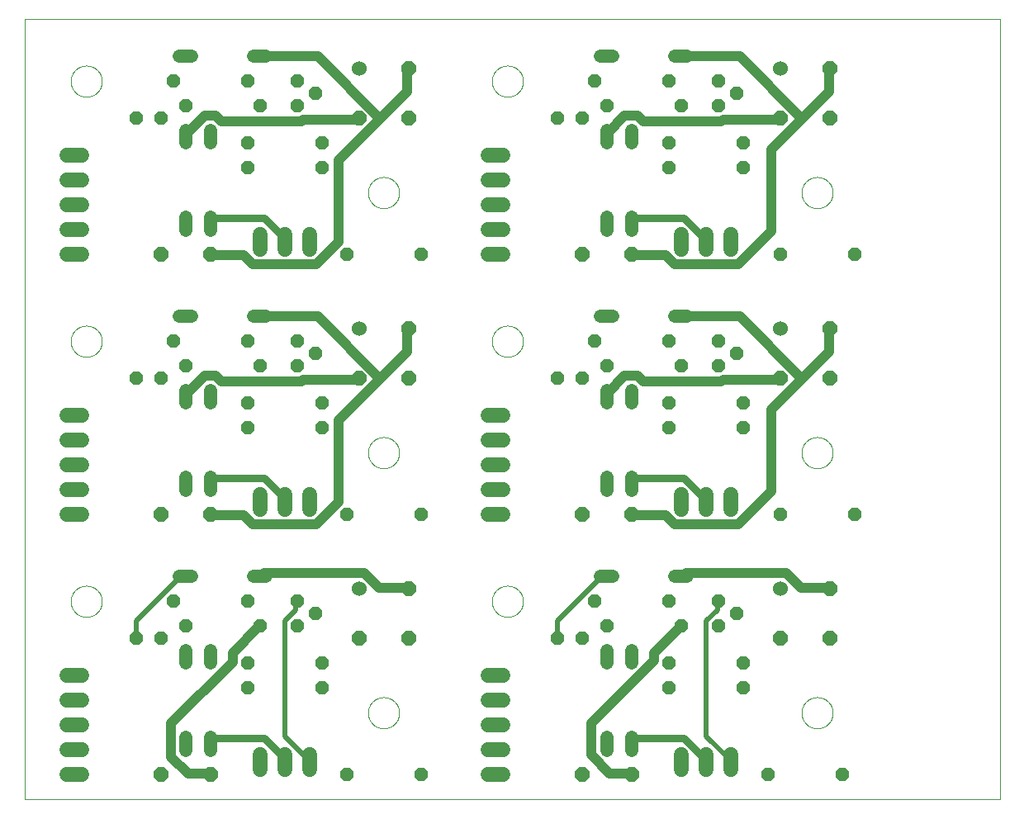
<source format=gbl>
G75*
%MOIN*%
%OFA0B0*%
%FSLAX25Y25*%
%IPPOS*%
%LPD*%
%AMOC8*
5,1,8,0,0,1.08239X$1,22.5*
%
%ADD10C,0.00000*%
%ADD11OC8,0.05200*%
%ADD12OC8,0.06000*%
%ADD13C,0.05200*%
%ADD14C,0.06000*%
%ADD15C,0.06000*%
%ADD16C,0.04000*%
%ADD17C,0.03000*%
%ADD18C,0.02000*%
D10*
X0002600Y0002600D02*
X0002600Y0317561D01*
X0396301Y0317561D01*
X0396301Y0002600D01*
X0002600Y0002600D01*
X0021301Y0082600D02*
X0021303Y0082758D01*
X0021309Y0082916D01*
X0021319Y0083074D01*
X0021333Y0083232D01*
X0021351Y0083389D01*
X0021372Y0083546D01*
X0021398Y0083702D01*
X0021428Y0083858D01*
X0021461Y0084013D01*
X0021499Y0084166D01*
X0021540Y0084319D01*
X0021585Y0084471D01*
X0021634Y0084622D01*
X0021687Y0084771D01*
X0021743Y0084919D01*
X0021803Y0085065D01*
X0021867Y0085210D01*
X0021935Y0085353D01*
X0022006Y0085495D01*
X0022080Y0085635D01*
X0022158Y0085772D01*
X0022240Y0085908D01*
X0022324Y0086042D01*
X0022413Y0086173D01*
X0022504Y0086302D01*
X0022599Y0086429D01*
X0022696Y0086554D01*
X0022797Y0086676D01*
X0022901Y0086795D01*
X0023008Y0086912D01*
X0023118Y0087026D01*
X0023231Y0087137D01*
X0023346Y0087246D01*
X0023464Y0087351D01*
X0023585Y0087453D01*
X0023708Y0087553D01*
X0023834Y0087649D01*
X0023962Y0087742D01*
X0024092Y0087832D01*
X0024225Y0087918D01*
X0024360Y0088002D01*
X0024496Y0088081D01*
X0024635Y0088158D01*
X0024776Y0088230D01*
X0024918Y0088300D01*
X0025062Y0088365D01*
X0025208Y0088427D01*
X0025355Y0088485D01*
X0025504Y0088540D01*
X0025654Y0088591D01*
X0025805Y0088638D01*
X0025957Y0088681D01*
X0026110Y0088720D01*
X0026265Y0088756D01*
X0026420Y0088787D01*
X0026576Y0088815D01*
X0026732Y0088839D01*
X0026889Y0088859D01*
X0027047Y0088875D01*
X0027204Y0088887D01*
X0027363Y0088895D01*
X0027521Y0088899D01*
X0027679Y0088899D01*
X0027837Y0088895D01*
X0027996Y0088887D01*
X0028153Y0088875D01*
X0028311Y0088859D01*
X0028468Y0088839D01*
X0028624Y0088815D01*
X0028780Y0088787D01*
X0028935Y0088756D01*
X0029090Y0088720D01*
X0029243Y0088681D01*
X0029395Y0088638D01*
X0029546Y0088591D01*
X0029696Y0088540D01*
X0029845Y0088485D01*
X0029992Y0088427D01*
X0030138Y0088365D01*
X0030282Y0088300D01*
X0030424Y0088230D01*
X0030565Y0088158D01*
X0030704Y0088081D01*
X0030840Y0088002D01*
X0030975Y0087918D01*
X0031108Y0087832D01*
X0031238Y0087742D01*
X0031366Y0087649D01*
X0031492Y0087553D01*
X0031615Y0087453D01*
X0031736Y0087351D01*
X0031854Y0087246D01*
X0031969Y0087137D01*
X0032082Y0087026D01*
X0032192Y0086912D01*
X0032299Y0086795D01*
X0032403Y0086676D01*
X0032504Y0086554D01*
X0032601Y0086429D01*
X0032696Y0086302D01*
X0032787Y0086173D01*
X0032876Y0086042D01*
X0032960Y0085908D01*
X0033042Y0085772D01*
X0033120Y0085635D01*
X0033194Y0085495D01*
X0033265Y0085353D01*
X0033333Y0085210D01*
X0033397Y0085065D01*
X0033457Y0084919D01*
X0033513Y0084771D01*
X0033566Y0084622D01*
X0033615Y0084471D01*
X0033660Y0084319D01*
X0033701Y0084166D01*
X0033739Y0084013D01*
X0033772Y0083858D01*
X0033802Y0083702D01*
X0033828Y0083546D01*
X0033849Y0083389D01*
X0033867Y0083232D01*
X0033881Y0083074D01*
X0033891Y0082916D01*
X0033897Y0082758D01*
X0033899Y0082600D01*
X0033897Y0082442D01*
X0033891Y0082284D01*
X0033881Y0082126D01*
X0033867Y0081968D01*
X0033849Y0081811D01*
X0033828Y0081654D01*
X0033802Y0081498D01*
X0033772Y0081342D01*
X0033739Y0081187D01*
X0033701Y0081034D01*
X0033660Y0080881D01*
X0033615Y0080729D01*
X0033566Y0080578D01*
X0033513Y0080429D01*
X0033457Y0080281D01*
X0033397Y0080135D01*
X0033333Y0079990D01*
X0033265Y0079847D01*
X0033194Y0079705D01*
X0033120Y0079565D01*
X0033042Y0079428D01*
X0032960Y0079292D01*
X0032876Y0079158D01*
X0032787Y0079027D01*
X0032696Y0078898D01*
X0032601Y0078771D01*
X0032504Y0078646D01*
X0032403Y0078524D01*
X0032299Y0078405D01*
X0032192Y0078288D01*
X0032082Y0078174D01*
X0031969Y0078063D01*
X0031854Y0077954D01*
X0031736Y0077849D01*
X0031615Y0077747D01*
X0031492Y0077647D01*
X0031366Y0077551D01*
X0031238Y0077458D01*
X0031108Y0077368D01*
X0030975Y0077282D01*
X0030840Y0077198D01*
X0030704Y0077119D01*
X0030565Y0077042D01*
X0030424Y0076970D01*
X0030282Y0076900D01*
X0030138Y0076835D01*
X0029992Y0076773D01*
X0029845Y0076715D01*
X0029696Y0076660D01*
X0029546Y0076609D01*
X0029395Y0076562D01*
X0029243Y0076519D01*
X0029090Y0076480D01*
X0028935Y0076444D01*
X0028780Y0076413D01*
X0028624Y0076385D01*
X0028468Y0076361D01*
X0028311Y0076341D01*
X0028153Y0076325D01*
X0027996Y0076313D01*
X0027837Y0076305D01*
X0027679Y0076301D01*
X0027521Y0076301D01*
X0027363Y0076305D01*
X0027204Y0076313D01*
X0027047Y0076325D01*
X0026889Y0076341D01*
X0026732Y0076361D01*
X0026576Y0076385D01*
X0026420Y0076413D01*
X0026265Y0076444D01*
X0026110Y0076480D01*
X0025957Y0076519D01*
X0025805Y0076562D01*
X0025654Y0076609D01*
X0025504Y0076660D01*
X0025355Y0076715D01*
X0025208Y0076773D01*
X0025062Y0076835D01*
X0024918Y0076900D01*
X0024776Y0076970D01*
X0024635Y0077042D01*
X0024496Y0077119D01*
X0024360Y0077198D01*
X0024225Y0077282D01*
X0024092Y0077368D01*
X0023962Y0077458D01*
X0023834Y0077551D01*
X0023708Y0077647D01*
X0023585Y0077747D01*
X0023464Y0077849D01*
X0023346Y0077954D01*
X0023231Y0078063D01*
X0023118Y0078174D01*
X0023008Y0078288D01*
X0022901Y0078405D01*
X0022797Y0078524D01*
X0022696Y0078646D01*
X0022599Y0078771D01*
X0022504Y0078898D01*
X0022413Y0079027D01*
X0022324Y0079158D01*
X0022240Y0079292D01*
X0022158Y0079428D01*
X0022080Y0079565D01*
X0022006Y0079705D01*
X0021935Y0079847D01*
X0021867Y0079990D01*
X0021803Y0080135D01*
X0021743Y0080281D01*
X0021687Y0080429D01*
X0021634Y0080578D01*
X0021585Y0080729D01*
X0021540Y0080881D01*
X0021499Y0081034D01*
X0021461Y0081187D01*
X0021428Y0081342D01*
X0021398Y0081498D01*
X0021372Y0081654D01*
X0021351Y0081811D01*
X0021333Y0081968D01*
X0021319Y0082126D01*
X0021309Y0082284D01*
X0021303Y0082442D01*
X0021301Y0082600D01*
X0141301Y0037600D02*
X0141303Y0037758D01*
X0141309Y0037916D01*
X0141319Y0038074D01*
X0141333Y0038232D01*
X0141351Y0038389D01*
X0141372Y0038546D01*
X0141398Y0038702D01*
X0141428Y0038858D01*
X0141461Y0039013D01*
X0141499Y0039166D01*
X0141540Y0039319D01*
X0141585Y0039471D01*
X0141634Y0039622D01*
X0141687Y0039771D01*
X0141743Y0039919D01*
X0141803Y0040065D01*
X0141867Y0040210D01*
X0141935Y0040353D01*
X0142006Y0040495D01*
X0142080Y0040635D01*
X0142158Y0040772D01*
X0142240Y0040908D01*
X0142324Y0041042D01*
X0142413Y0041173D01*
X0142504Y0041302D01*
X0142599Y0041429D01*
X0142696Y0041554D01*
X0142797Y0041676D01*
X0142901Y0041795D01*
X0143008Y0041912D01*
X0143118Y0042026D01*
X0143231Y0042137D01*
X0143346Y0042246D01*
X0143464Y0042351D01*
X0143585Y0042453D01*
X0143708Y0042553D01*
X0143834Y0042649D01*
X0143962Y0042742D01*
X0144092Y0042832D01*
X0144225Y0042918D01*
X0144360Y0043002D01*
X0144496Y0043081D01*
X0144635Y0043158D01*
X0144776Y0043230D01*
X0144918Y0043300D01*
X0145062Y0043365D01*
X0145208Y0043427D01*
X0145355Y0043485D01*
X0145504Y0043540D01*
X0145654Y0043591D01*
X0145805Y0043638D01*
X0145957Y0043681D01*
X0146110Y0043720D01*
X0146265Y0043756D01*
X0146420Y0043787D01*
X0146576Y0043815D01*
X0146732Y0043839D01*
X0146889Y0043859D01*
X0147047Y0043875D01*
X0147204Y0043887D01*
X0147363Y0043895D01*
X0147521Y0043899D01*
X0147679Y0043899D01*
X0147837Y0043895D01*
X0147996Y0043887D01*
X0148153Y0043875D01*
X0148311Y0043859D01*
X0148468Y0043839D01*
X0148624Y0043815D01*
X0148780Y0043787D01*
X0148935Y0043756D01*
X0149090Y0043720D01*
X0149243Y0043681D01*
X0149395Y0043638D01*
X0149546Y0043591D01*
X0149696Y0043540D01*
X0149845Y0043485D01*
X0149992Y0043427D01*
X0150138Y0043365D01*
X0150282Y0043300D01*
X0150424Y0043230D01*
X0150565Y0043158D01*
X0150704Y0043081D01*
X0150840Y0043002D01*
X0150975Y0042918D01*
X0151108Y0042832D01*
X0151238Y0042742D01*
X0151366Y0042649D01*
X0151492Y0042553D01*
X0151615Y0042453D01*
X0151736Y0042351D01*
X0151854Y0042246D01*
X0151969Y0042137D01*
X0152082Y0042026D01*
X0152192Y0041912D01*
X0152299Y0041795D01*
X0152403Y0041676D01*
X0152504Y0041554D01*
X0152601Y0041429D01*
X0152696Y0041302D01*
X0152787Y0041173D01*
X0152876Y0041042D01*
X0152960Y0040908D01*
X0153042Y0040772D01*
X0153120Y0040635D01*
X0153194Y0040495D01*
X0153265Y0040353D01*
X0153333Y0040210D01*
X0153397Y0040065D01*
X0153457Y0039919D01*
X0153513Y0039771D01*
X0153566Y0039622D01*
X0153615Y0039471D01*
X0153660Y0039319D01*
X0153701Y0039166D01*
X0153739Y0039013D01*
X0153772Y0038858D01*
X0153802Y0038702D01*
X0153828Y0038546D01*
X0153849Y0038389D01*
X0153867Y0038232D01*
X0153881Y0038074D01*
X0153891Y0037916D01*
X0153897Y0037758D01*
X0153899Y0037600D01*
X0153897Y0037442D01*
X0153891Y0037284D01*
X0153881Y0037126D01*
X0153867Y0036968D01*
X0153849Y0036811D01*
X0153828Y0036654D01*
X0153802Y0036498D01*
X0153772Y0036342D01*
X0153739Y0036187D01*
X0153701Y0036034D01*
X0153660Y0035881D01*
X0153615Y0035729D01*
X0153566Y0035578D01*
X0153513Y0035429D01*
X0153457Y0035281D01*
X0153397Y0035135D01*
X0153333Y0034990D01*
X0153265Y0034847D01*
X0153194Y0034705D01*
X0153120Y0034565D01*
X0153042Y0034428D01*
X0152960Y0034292D01*
X0152876Y0034158D01*
X0152787Y0034027D01*
X0152696Y0033898D01*
X0152601Y0033771D01*
X0152504Y0033646D01*
X0152403Y0033524D01*
X0152299Y0033405D01*
X0152192Y0033288D01*
X0152082Y0033174D01*
X0151969Y0033063D01*
X0151854Y0032954D01*
X0151736Y0032849D01*
X0151615Y0032747D01*
X0151492Y0032647D01*
X0151366Y0032551D01*
X0151238Y0032458D01*
X0151108Y0032368D01*
X0150975Y0032282D01*
X0150840Y0032198D01*
X0150704Y0032119D01*
X0150565Y0032042D01*
X0150424Y0031970D01*
X0150282Y0031900D01*
X0150138Y0031835D01*
X0149992Y0031773D01*
X0149845Y0031715D01*
X0149696Y0031660D01*
X0149546Y0031609D01*
X0149395Y0031562D01*
X0149243Y0031519D01*
X0149090Y0031480D01*
X0148935Y0031444D01*
X0148780Y0031413D01*
X0148624Y0031385D01*
X0148468Y0031361D01*
X0148311Y0031341D01*
X0148153Y0031325D01*
X0147996Y0031313D01*
X0147837Y0031305D01*
X0147679Y0031301D01*
X0147521Y0031301D01*
X0147363Y0031305D01*
X0147204Y0031313D01*
X0147047Y0031325D01*
X0146889Y0031341D01*
X0146732Y0031361D01*
X0146576Y0031385D01*
X0146420Y0031413D01*
X0146265Y0031444D01*
X0146110Y0031480D01*
X0145957Y0031519D01*
X0145805Y0031562D01*
X0145654Y0031609D01*
X0145504Y0031660D01*
X0145355Y0031715D01*
X0145208Y0031773D01*
X0145062Y0031835D01*
X0144918Y0031900D01*
X0144776Y0031970D01*
X0144635Y0032042D01*
X0144496Y0032119D01*
X0144360Y0032198D01*
X0144225Y0032282D01*
X0144092Y0032368D01*
X0143962Y0032458D01*
X0143834Y0032551D01*
X0143708Y0032647D01*
X0143585Y0032747D01*
X0143464Y0032849D01*
X0143346Y0032954D01*
X0143231Y0033063D01*
X0143118Y0033174D01*
X0143008Y0033288D01*
X0142901Y0033405D01*
X0142797Y0033524D01*
X0142696Y0033646D01*
X0142599Y0033771D01*
X0142504Y0033898D01*
X0142413Y0034027D01*
X0142324Y0034158D01*
X0142240Y0034292D01*
X0142158Y0034428D01*
X0142080Y0034565D01*
X0142006Y0034705D01*
X0141935Y0034847D01*
X0141867Y0034990D01*
X0141803Y0035135D01*
X0141743Y0035281D01*
X0141687Y0035429D01*
X0141634Y0035578D01*
X0141585Y0035729D01*
X0141540Y0035881D01*
X0141499Y0036034D01*
X0141461Y0036187D01*
X0141428Y0036342D01*
X0141398Y0036498D01*
X0141372Y0036654D01*
X0141351Y0036811D01*
X0141333Y0036968D01*
X0141319Y0037126D01*
X0141309Y0037284D01*
X0141303Y0037442D01*
X0141301Y0037600D01*
X0191301Y0082600D02*
X0191303Y0082758D01*
X0191309Y0082916D01*
X0191319Y0083074D01*
X0191333Y0083232D01*
X0191351Y0083389D01*
X0191372Y0083546D01*
X0191398Y0083702D01*
X0191428Y0083858D01*
X0191461Y0084013D01*
X0191499Y0084166D01*
X0191540Y0084319D01*
X0191585Y0084471D01*
X0191634Y0084622D01*
X0191687Y0084771D01*
X0191743Y0084919D01*
X0191803Y0085065D01*
X0191867Y0085210D01*
X0191935Y0085353D01*
X0192006Y0085495D01*
X0192080Y0085635D01*
X0192158Y0085772D01*
X0192240Y0085908D01*
X0192324Y0086042D01*
X0192413Y0086173D01*
X0192504Y0086302D01*
X0192599Y0086429D01*
X0192696Y0086554D01*
X0192797Y0086676D01*
X0192901Y0086795D01*
X0193008Y0086912D01*
X0193118Y0087026D01*
X0193231Y0087137D01*
X0193346Y0087246D01*
X0193464Y0087351D01*
X0193585Y0087453D01*
X0193708Y0087553D01*
X0193834Y0087649D01*
X0193962Y0087742D01*
X0194092Y0087832D01*
X0194225Y0087918D01*
X0194360Y0088002D01*
X0194496Y0088081D01*
X0194635Y0088158D01*
X0194776Y0088230D01*
X0194918Y0088300D01*
X0195062Y0088365D01*
X0195208Y0088427D01*
X0195355Y0088485D01*
X0195504Y0088540D01*
X0195654Y0088591D01*
X0195805Y0088638D01*
X0195957Y0088681D01*
X0196110Y0088720D01*
X0196265Y0088756D01*
X0196420Y0088787D01*
X0196576Y0088815D01*
X0196732Y0088839D01*
X0196889Y0088859D01*
X0197047Y0088875D01*
X0197204Y0088887D01*
X0197363Y0088895D01*
X0197521Y0088899D01*
X0197679Y0088899D01*
X0197837Y0088895D01*
X0197996Y0088887D01*
X0198153Y0088875D01*
X0198311Y0088859D01*
X0198468Y0088839D01*
X0198624Y0088815D01*
X0198780Y0088787D01*
X0198935Y0088756D01*
X0199090Y0088720D01*
X0199243Y0088681D01*
X0199395Y0088638D01*
X0199546Y0088591D01*
X0199696Y0088540D01*
X0199845Y0088485D01*
X0199992Y0088427D01*
X0200138Y0088365D01*
X0200282Y0088300D01*
X0200424Y0088230D01*
X0200565Y0088158D01*
X0200704Y0088081D01*
X0200840Y0088002D01*
X0200975Y0087918D01*
X0201108Y0087832D01*
X0201238Y0087742D01*
X0201366Y0087649D01*
X0201492Y0087553D01*
X0201615Y0087453D01*
X0201736Y0087351D01*
X0201854Y0087246D01*
X0201969Y0087137D01*
X0202082Y0087026D01*
X0202192Y0086912D01*
X0202299Y0086795D01*
X0202403Y0086676D01*
X0202504Y0086554D01*
X0202601Y0086429D01*
X0202696Y0086302D01*
X0202787Y0086173D01*
X0202876Y0086042D01*
X0202960Y0085908D01*
X0203042Y0085772D01*
X0203120Y0085635D01*
X0203194Y0085495D01*
X0203265Y0085353D01*
X0203333Y0085210D01*
X0203397Y0085065D01*
X0203457Y0084919D01*
X0203513Y0084771D01*
X0203566Y0084622D01*
X0203615Y0084471D01*
X0203660Y0084319D01*
X0203701Y0084166D01*
X0203739Y0084013D01*
X0203772Y0083858D01*
X0203802Y0083702D01*
X0203828Y0083546D01*
X0203849Y0083389D01*
X0203867Y0083232D01*
X0203881Y0083074D01*
X0203891Y0082916D01*
X0203897Y0082758D01*
X0203899Y0082600D01*
X0203897Y0082442D01*
X0203891Y0082284D01*
X0203881Y0082126D01*
X0203867Y0081968D01*
X0203849Y0081811D01*
X0203828Y0081654D01*
X0203802Y0081498D01*
X0203772Y0081342D01*
X0203739Y0081187D01*
X0203701Y0081034D01*
X0203660Y0080881D01*
X0203615Y0080729D01*
X0203566Y0080578D01*
X0203513Y0080429D01*
X0203457Y0080281D01*
X0203397Y0080135D01*
X0203333Y0079990D01*
X0203265Y0079847D01*
X0203194Y0079705D01*
X0203120Y0079565D01*
X0203042Y0079428D01*
X0202960Y0079292D01*
X0202876Y0079158D01*
X0202787Y0079027D01*
X0202696Y0078898D01*
X0202601Y0078771D01*
X0202504Y0078646D01*
X0202403Y0078524D01*
X0202299Y0078405D01*
X0202192Y0078288D01*
X0202082Y0078174D01*
X0201969Y0078063D01*
X0201854Y0077954D01*
X0201736Y0077849D01*
X0201615Y0077747D01*
X0201492Y0077647D01*
X0201366Y0077551D01*
X0201238Y0077458D01*
X0201108Y0077368D01*
X0200975Y0077282D01*
X0200840Y0077198D01*
X0200704Y0077119D01*
X0200565Y0077042D01*
X0200424Y0076970D01*
X0200282Y0076900D01*
X0200138Y0076835D01*
X0199992Y0076773D01*
X0199845Y0076715D01*
X0199696Y0076660D01*
X0199546Y0076609D01*
X0199395Y0076562D01*
X0199243Y0076519D01*
X0199090Y0076480D01*
X0198935Y0076444D01*
X0198780Y0076413D01*
X0198624Y0076385D01*
X0198468Y0076361D01*
X0198311Y0076341D01*
X0198153Y0076325D01*
X0197996Y0076313D01*
X0197837Y0076305D01*
X0197679Y0076301D01*
X0197521Y0076301D01*
X0197363Y0076305D01*
X0197204Y0076313D01*
X0197047Y0076325D01*
X0196889Y0076341D01*
X0196732Y0076361D01*
X0196576Y0076385D01*
X0196420Y0076413D01*
X0196265Y0076444D01*
X0196110Y0076480D01*
X0195957Y0076519D01*
X0195805Y0076562D01*
X0195654Y0076609D01*
X0195504Y0076660D01*
X0195355Y0076715D01*
X0195208Y0076773D01*
X0195062Y0076835D01*
X0194918Y0076900D01*
X0194776Y0076970D01*
X0194635Y0077042D01*
X0194496Y0077119D01*
X0194360Y0077198D01*
X0194225Y0077282D01*
X0194092Y0077368D01*
X0193962Y0077458D01*
X0193834Y0077551D01*
X0193708Y0077647D01*
X0193585Y0077747D01*
X0193464Y0077849D01*
X0193346Y0077954D01*
X0193231Y0078063D01*
X0193118Y0078174D01*
X0193008Y0078288D01*
X0192901Y0078405D01*
X0192797Y0078524D01*
X0192696Y0078646D01*
X0192599Y0078771D01*
X0192504Y0078898D01*
X0192413Y0079027D01*
X0192324Y0079158D01*
X0192240Y0079292D01*
X0192158Y0079428D01*
X0192080Y0079565D01*
X0192006Y0079705D01*
X0191935Y0079847D01*
X0191867Y0079990D01*
X0191803Y0080135D01*
X0191743Y0080281D01*
X0191687Y0080429D01*
X0191634Y0080578D01*
X0191585Y0080729D01*
X0191540Y0080881D01*
X0191499Y0081034D01*
X0191461Y0081187D01*
X0191428Y0081342D01*
X0191398Y0081498D01*
X0191372Y0081654D01*
X0191351Y0081811D01*
X0191333Y0081968D01*
X0191319Y0082126D01*
X0191309Y0082284D01*
X0191303Y0082442D01*
X0191301Y0082600D01*
X0141301Y0142600D02*
X0141303Y0142758D01*
X0141309Y0142916D01*
X0141319Y0143074D01*
X0141333Y0143232D01*
X0141351Y0143389D01*
X0141372Y0143546D01*
X0141398Y0143702D01*
X0141428Y0143858D01*
X0141461Y0144013D01*
X0141499Y0144166D01*
X0141540Y0144319D01*
X0141585Y0144471D01*
X0141634Y0144622D01*
X0141687Y0144771D01*
X0141743Y0144919D01*
X0141803Y0145065D01*
X0141867Y0145210D01*
X0141935Y0145353D01*
X0142006Y0145495D01*
X0142080Y0145635D01*
X0142158Y0145772D01*
X0142240Y0145908D01*
X0142324Y0146042D01*
X0142413Y0146173D01*
X0142504Y0146302D01*
X0142599Y0146429D01*
X0142696Y0146554D01*
X0142797Y0146676D01*
X0142901Y0146795D01*
X0143008Y0146912D01*
X0143118Y0147026D01*
X0143231Y0147137D01*
X0143346Y0147246D01*
X0143464Y0147351D01*
X0143585Y0147453D01*
X0143708Y0147553D01*
X0143834Y0147649D01*
X0143962Y0147742D01*
X0144092Y0147832D01*
X0144225Y0147918D01*
X0144360Y0148002D01*
X0144496Y0148081D01*
X0144635Y0148158D01*
X0144776Y0148230D01*
X0144918Y0148300D01*
X0145062Y0148365D01*
X0145208Y0148427D01*
X0145355Y0148485D01*
X0145504Y0148540D01*
X0145654Y0148591D01*
X0145805Y0148638D01*
X0145957Y0148681D01*
X0146110Y0148720D01*
X0146265Y0148756D01*
X0146420Y0148787D01*
X0146576Y0148815D01*
X0146732Y0148839D01*
X0146889Y0148859D01*
X0147047Y0148875D01*
X0147204Y0148887D01*
X0147363Y0148895D01*
X0147521Y0148899D01*
X0147679Y0148899D01*
X0147837Y0148895D01*
X0147996Y0148887D01*
X0148153Y0148875D01*
X0148311Y0148859D01*
X0148468Y0148839D01*
X0148624Y0148815D01*
X0148780Y0148787D01*
X0148935Y0148756D01*
X0149090Y0148720D01*
X0149243Y0148681D01*
X0149395Y0148638D01*
X0149546Y0148591D01*
X0149696Y0148540D01*
X0149845Y0148485D01*
X0149992Y0148427D01*
X0150138Y0148365D01*
X0150282Y0148300D01*
X0150424Y0148230D01*
X0150565Y0148158D01*
X0150704Y0148081D01*
X0150840Y0148002D01*
X0150975Y0147918D01*
X0151108Y0147832D01*
X0151238Y0147742D01*
X0151366Y0147649D01*
X0151492Y0147553D01*
X0151615Y0147453D01*
X0151736Y0147351D01*
X0151854Y0147246D01*
X0151969Y0147137D01*
X0152082Y0147026D01*
X0152192Y0146912D01*
X0152299Y0146795D01*
X0152403Y0146676D01*
X0152504Y0146554D01*
X0152601Y0146429D01*
X0152696Y0146302D01*
X0152787Y0146173D01*
X0152876Y0146042D01*
X0152960Y0145908D01*
X0153042Y0145772D01*
X0153120Y0145635D01*
X0153194Y0145495D01*
X0153265Y0145353D01*
X0153333Y0145210D01*
X0153397Y0145065D01*
X0153457Y0144919D01*
X0153513Y0144771D01*
X0153566Y0144622D01*
X0153615Y0144471D01*
X0153660Y0144319D01*
X0153701Y0144166D01*
X0153739Y0144013D01*
X0153772Y0143858D01*
X0153802Y0143702D01*
X0153828Y0143546D01*
X0153849Y0143389D01*
X0153867Y0143232D01*
X0153881Y0143074D01*
X0153891Y0142916D01*
X0153897Y0142758D01*
X0153899Y0142600D01*
X0153897Y0142442D01*
X0153891Y0142284D01*
X0153881Y0142126D01*
X0153867Y0141968D01*
X0153849Y0141811D01*
X0153828Y0141654D01*
X0153802Y0141498D01*
X0153772Y0141342D01*
X0153739Y0141187D01*
X0153701Y0141034D01*
X0153660Y0140881D01*
X0153615Y0140729D01*
X0153566Y0140578D01*
X0153513Y0140429D01*
X0153457Y0140281D01*
X0153397Y0140135D01*
X0153333Y0139990D01*
X0153265Y0139847D01*
X0153194Y0139705D01*
X0153120Y0139565D01*
X0153042Y0139428D01*
X0152960Y0139292D01*
X0152876Y0139158D01*
X0152787Y0139027D01*
X0152696Y0138898D01*
X0152601Y0138771D01*
X0152504Y0138646D01*
X0152403Y0138524D01*
X0152299Y0138405D01*
X0152192Y0138288D01*
X0152082Y0138174D01*
X0151969Y0138063D01*
X0151854Y0137954D01*
X0151736Y0137849D01*
X0151615Y0137747D01*
X0151492Y0137647D01*
X0151366Y0137551D01*
X0151238Y0137458D01*
X0151108Y0137368D01*
X0150975Y0137282D01*
X0150840Y0137198D01*
X0150704Y0137119D01*
X0150565Y0137042D01*
X0150424Y0136970D01*
X0150282Y0136900D01*
X0150138Y0136835D01*
X0149992Y0136773D01*
X0149845Y0136715D01*
X0149696Y0136660D01*
X0149546Y0136609D01*
X0149395Y0136562D01*
X0149243Y0136519D01*
X0149090Y0136480D01*
X0148935Y0136444D01*
X0148780Y0136413D01*
X0148624Y0136385D01*
X0148468Y0136361D01*
X0148311Y0136341D01*
X0148153Y0136325D01*
X0147996Y0136313D01*
X0147837Y0136305D01*
X0147679Y0136301D01*
X0147521Y0136301D01*
X0147363Y0136305D01*
X0147204Y0136313D01*
X0147047Y0136325D01*
X0146889Y0136341D01*
X0146732Y0136361D01*
X0146576Y0136385D01*
X0146420Y0136413D01*
X0146265Y0136444D01*
X0146110Y0136480D01*
X0145957Y0136519D01*
X0145805Y0136562D01*
X0145654Y0136609D01*
X0145504Y0136660D01*
X0145355Y0136715D01*
X0145208Y0136773D01*
X0145062Y0136835D01*
X0144918Y0136900D01*
X0144776Y0136970D01*
X0144635Y0137042D01*
X0144496Y0137119D01*
X0144360Y0137198D01*
X0144225Y0137282D01*
X0144092Y0137368D01*
X0143962Y0137458D01*
X0143834Y0137551D01*
X0143708Y0137647D01*
X0143585Y0137747D01*
X0143464Y0137849D01*
X0143346Y0137954D01*
X0143231Y0138063D01*
X0143118Y0138174D01*
X0143008Y0138288D01*
X0142901Y0138405D01*
X0142797Y0138524D01*
X0142696Y0138646D01*
X0142599Y0138771D01*
X0142504Y0138898D01*
X0142413Y0139027D01*
X0142324Y0139158D01*
X0142240Y0139292D01*
X0142158Y0139428D01*
X0142080Y0139565D01*
X0142006Y0139705D01*
X0141935Y0139847D01*
X0141867Y0139990D01*
X0141803Y0140135D01*
X0141743Y0140281D01*
X0141687Y0140429D01*
X0141634Y0140578D01*
X0141585Y0140729D01*
X0141540Y0140881D01*
X0141499Y0141034D01*
X0141461Y0141187D01*
X0141428Y0141342D01*
X0141398Y0141498D01*
X0141372Y0141654D01*
X0141351Y0141811D01*
X0141333Y0141968D01*
X0141319Y0142126D01*
X0141309Y0142284D01*
X0141303Y0142442D01*
X0141301Y0142600D01*
X0191301Y0187600D02*
X0191303Y0187758D01*
X0191309Y0187916D01*
X0191319Y0188074D01*
X0191333Y0188232D01*
X0191351Y0188389D01*
X0191372Y0188546D01*
X0191398Y0188702D01*
X0191428Y0188858D01*
X0191461Y0189013D01*
X0191499Y0189166D01*
X0191540Y0189319D01*
X0191585Y0189471D01*
X0191634Y0189622D01*
X0191687Y0189771D01*
X0191743Y0189919D01*
X0191803Y0190065D01*
X0191867Y0190210D01*
X0191935Y0190353D01*
X0192006Y0190495D01*
X0192080Y0190635D01*
X0192158Y0190772D01*
X0192240Y0190908D01*
X0192324Y0191042D01*
X0192413Y0191173D01*
X0192504Y0191302D01*
X0192599Y0191429D01*
X0192696Y0191554D01*
X0192797Y0191676D01*
X0192901Y0191795D01*
X0193008Y0191912D01*
X0193118Y0192026D01*
X0193231Y0192137D01*
X0193346Y0192246D01*
X0193464Y0192351D01*
X0193585Y0192453D01*
X0193708Y0192553D01*
X0193834Y0192649D01*
X0193962Y0192742D01*
X0194092Y0192832D01*
X0194225Y0192918D01*
X0194360Y0193002D01*
X0194496Y0193081D01*
X0194635Y0193158D01*
X0194776Y0193230D01*
X0194918Y0193300D01*
X0195062Y0193365D01*
X0195208Y0193427D01*
X0195355Y0193485D01*
X0195504Y0193540D01*
X0195654Y0193591D01*
X0195805Y0193638D01*
X0195957Y0193681D01*
X0196110Y0193720D01*
X0196265Y0193756D01*
X0196420Y0193787D01*
X0196576Y0193815D01*
X0196732Y0193839D01*
X0196889Y0193859D01*
X0197047Y0193875D01*
X0197204Y0193887D01*
X0197363Y0193895D01*
X0197521Y0193899D01*
X0197679Y0193899D01*
X0197837Y0193895D01*
X0197996Y0193887D01*
X0198153Y0193875D01*
X0198311Y0193859D01*
X0198468Y0193839D01*
X0198624Y0193815D01*
X0198780Y0193787D01*
X0198935Y0193756D01*
X0199090Y0193720D01*
X0199243Y0193681D01*
X0199395Y0193638D01*
X0199546Y0193591D01*
X0199696Y0193540D01*
X0199845Y0193485D01*
X0199992Y0193427D01*
X0200138Y0193365D01*
X0200282Y0193300D01*
X0200424Y0193230D01*
X0200565Y0193158D01*
X0200704Y0193081D01*
X0200840Y0193002D01*
X0200975Y0192918D01*
X0201108Y0192832D01*
X0201238Y0192742D01*
X0201366Y0192649D01*
X0201492Y0192553D01*
X0201615Y0192453D01*
X0201736Y0192351D01*
X0201854Y0192246D01*
X0201969Y0192137D01*
X0202082Y0192026D01*
X0202192Y0191912D01*
X0202299Y0191795D01*
X0202403Y0191676D01*
X0202504Y0191554D01*
X0202601Y0191429D01*
X0202696Y0191302D01*
X0202787Y0191173D01*
X0202876Y0191042D01*
X0202960Y0190908D01*
X0203042Y0190772D01*
X0203120Y0190635D01*
X0203194Y0190495D01*
X0203265Y0190353D01*
X0203333Y0190210D01*
X0203397Y0190065D01*
X0203457Y0189919D01*
X0203513Y0189771D01*
X0203566Y0189622D01*
X0203615Y0189471D01*
X0203660Y0189319D01*
X0203701Y0189166D01*
X0203739Y0189013D01*
X0203772Y0188858D01*
X0203802Y0188702D01*
X0203828Y0188546D01*
X0203849Y0188389D01*
X0203867Y0188232D01*
X0203881Y0188074D01*
X0203891Y0187916D01*
X0203897Y0187758D01*
X0203899Y0187600D01*
X0203897Y0187442D01*
X0203891Y0187284D01*
X0203881Y0187126D01*
X0203867Y0186968D01*
X0203849Y0186811D01*
X0203828Y0186654D01*
X0203802Y0186498D01*
X0203772Y0186342D01*
X0203739Y0186187D01*
X0203701Y0186034D01*
X0203660Y0185881D01*
X0203615Y0185729D01*
X0203566Y0185578D01*
X0203513Y0185429D01*
X0203457Y0185281D01*
X0203397Y0185135D01*
X0203333Y0184990D01*
X0203265Y0184847D01*
X0203194Y0184705D01*
X0203120Y0184565D01*
X0203042Y0184428D01*
X0202960Y0184292D01*
X0202876Y0184158D01*
X0202787Y0184027D01*
X0202696Y0183898D01*
X0202601Y0183771D01*
X0202504Y0183646D01*
X0202403Y0183524D01*
X0202299Y0183405D01*
X0202192Y0183288D01*
X0202082Y0183174D01*
X0201969Y0183063D01*
X0201854Y0182954D01*
X0201736Y0182849D01*
X0201615Y0182747D01*
X0201492Y0182647D01*
X0201366Y0182551D01*
X0201238Y0182458D01*
X0201108Y0182368D01*
X0200975Y0182282D01*
X0200840Y0182198D01*
X0200704Y0182119D01*
X0200565Y0182042D01*
X0200424Y0181970D01*
X0200282Y0181900D01*
X0200138Y0181835D01*
X0199992Y0181773D01*
X0199845Y0181715D01*
X0199696Y0181660D01*
X0199546Y0181609D01*
X0199395Y0181562D01*
X0199243Y0181519D01*
X0199090Y0181480D01*
X0198935Y0181444D01*
X0198780Y0181413D01*
X0198624Y0181385D01*
X0198468Y0181361D01*
X0198311Y0181341D01*
X0198153Y0181325D01*
X0197996Y0181313D01*
X0197837Y0181305D01*
X0197679Y0181301D01*
X0197521Y0181301D01*
X0197363Y0181305D01*
X0197204Y0181313D01*
X0197047Y0181325D01*
X0196889Y0181341D01*
X0196732Y0181361D01*
X0196576Y0181385D01*
X0196420Y0181413D01*
X0196265Y0181444D01*
X0196110Y0181480D01*
X0195957Y0181519D01*
X0195805Y0181562D01*
X0195654Y0181609D01*
X0195504Y0181660D01*
X0195355Y0181715D01*
X0195208Y0181773D01*
X0195062Y0181835D01*
X0194918Y0181900D01*
X0194776Y0181970D01*
X0194635Y0182042D01*
X0194496Y0182119D01*
X0194360Y0182198D01*
X0194225Y0182282D01*
X0194092Y0182368D01*
X0193962Y0182458D01*
X0193834Y0182551D01*
X0193708Y0182647D01*
X0193585Y0182747D01*
X0193464Y0182849D01*
X0193346Y0182954D01*
X0193231Y0183063D01*
X0193118Y0183174D01*
X0193008Y0183288D01*
X0192901Y0183405D01*
X0192797Y0183524D01*
X0192696Y0183646D01*
X0192599Y0183771D01*
X0192504Y0183898D01*
X0192413Y0184027D01*
X0192324Y0184158D01*
X0192240Y0184292D01*
X0192158Y0184428D01*
X0192080Y0184565D01*
X0192006Y0184705D01*
X0191935Y0184847D01*
X0191867Y0184990D01*
X0191803Y0185135D01*
X0191743Y0185281D01*
X0191687Y0185429D01*
X0191634Y0185578D01*
X0191585Y0185729D01*
X0191540Y0185881D01*
X0191499Y0186034D01*
X0191461Y0186187D01*
X0191428Y0186342D01*
X0191398Y0186498D01*
X0191372Y0186654D01*
X0191351Y0186811D01*
X0191333Y0186968D01*
X0191319Y0187126D01*
X0191309Y0187284D01*
X0191303Y0187442D01*
X0191301Y0187600D01*
X0141301Y0247600D02*
X0141303Y0247758D01*
X0141309Y0247916D01*
X0141319Y0248074D01*
X0141333Y0248232D01*
X0141351Y0248389D01*
X0141372Y0248546D01*
X0141398Y0248702D01*
X0141428Y0248858D01*
X0141461Y0249013D01*
X0141499Y0249166D01*
X0141540Y0249319D01*
X0141585Y0249471D01*
X0141634Y0249622D01*
X0141687Y0249771D01*
X0141743Y0249919D01*
X0141803Y0250065D01*
X0141867Y0250210D01*
X0141935Y0250353D01*
X0142006Y0250495D01*
X0142080Y0250635D01*
X0142158Y0250772D01*
X0142240Y0250908D01*
X0142324Y0251042D01*
X0142413Y0251173D01*
X0142504Y0251302D01*
X0142599Y0251429D01*
X0142696Y0251554D01*
X0142797Y0251676D01*
X0142901Y0251795D01*
X0143008Y0251912D01*
X0143118Y0252026D01*
X0143231Y0252137D01*
X0143346Y0252246D01*
X0143464Y0252351D01*
X0143585Y0252453D01*
X0143708Y0252553D01*
X0143834Y0252649D01*
X0143962Y0252742D01*
X0144092Y0252832D01*
X0144225Y0252918D01*
X0144360Y0253002D01*
X0144496Y0253081D01*
X0144635Y0253158D01*
X0144776Y0253230D01*
X0144918Y0253300D01*
X0145062Y0253365D01*
X0145208Y0253427D01*
X0145355Y0253485D01*
X0145504Y0253540D01*
X0145654Y0253591D01*
X0145805Y0253638D01*
X0145957Y0253681D01*
X0146110Y0253720D01*
X0146265Y0253756D01*
X0146420Y0253787D01*
X0146576Y0253815D01*
X0146732Y0253839D01*
X0146889Y0253859D01*
X0147047Y0253875D01*
X0147204Y0253887D01*
X0147363Y0253895D01*
X0147521Y0253899D01*
X0147679Y0253899D01*
X0147837Y0253895D01*
X0147996Y0253887D01*
X0148153Y0253875D01*
X0148311Y0253859D01*
X0148468Y0253839D01*
X0148624Y0253815D01*
X0148780Y0253787D01*
X0148935Y0253756D01*
X0149090Y0253720D01*
X0149243Y0253681D01*
X0149395Y0253638D01*
X0149546Y0253591D01*
X0149696Y0253540D01*
X0149845Y0253485D01*
X0149992Y0253427D01*
X0150138Y0253365D01*
X0150282Y0253300D01*
X0150424Y0253230D01*
X0150565Y0253158D01*
X0150704Y0253081D01*
X0150840Y0253002D01*
X0150975Y0252918D01*
X0151108Y0252832D01*
X0151238Y0252742D01*
X0151366Y0252649D01*
X0151492Y0252553D01*
X0151615Y0252453D01*
X0151736Y0252351D01*
X0151854Y0252246D01*
X0151969Y0252137D01*
X0152082Y0252026D01*
X0152192Y0251912D01*
X0152299Y0251795D01*
X0152403Y0251676D01*
X0152504Y0251554D01*
X0152601Y0251429D01*
X0152696Y0251302D01*
X0152787Y0251173D01*
X0152876Y0251042D01*
X0152960Y0250908D01*
X0153042Y0250772D01*
X0153120Y0250635D01*
X0153194Y0250495D01*
X0153265Y0250353D01*
X0153333Y0250210D01*
X0153397Y0250065D01*
X0153457Y0249919D01*
X0153513Y0249771D01*
X0153566Y0249622D01*
X0153615Y0249471D01*
X0153660Y0249319D01*
X0153701Y0249166D01*
X0153739Y0249013D01*
X0153772Y0248858D01*
X0153802Y0248702D01*
X0153828Y0248546D01*
X0153849Y0248389D01*
X0153867Y0248232D01*
X0153881Y0248074D01*
X0153891Y0247916D01*
X0153897Y0247758D01*
X0153899Y0247600D01*
X0153897Y0247442D01*
X0153891Y0247284D01*
X0153881Y0247126D01*
X0153867Y0246968D01*
X0153849Y0246811D01*
X0153828Y0246654D01*
X0153802Y0246498D01*
X0153772Y0246342D01*
X0153739Y0246187D01*
X0153701Y0246034D01*
X0153660Y0245881D01*
X0153615Y0245729D01*
X0153566Y0245578D01*
X0153513Y0245429D01*
X0153457Y0245281D01*
X0153397Y0245135D01*
X0153333Y0244990D01*
X0153265Y0244847D01*
X0153194Y0244705D01*
X0153120Y0244565D01*
X0153042Y0244428D01*
X0152960Y0244292D01*
X0152876Y0244158D01*
X0152787Y0244027D01*
X0152696Y0243898D01*
X0152601Y0243771D01*
X0152504Y0243646D01*
X0152403Y0243524D01*
X0152299Y0243405D01*
X0152192Y0243288D01*
X0152082Y0243174D01*
X0151969Y0243063D01*
X0151854Y0242954D01*
X0151736Y0242849D01*
X0151615Y0242747D01*
X0151492Y0242647D01*
X0151366Y0242551D01*
X0151238Y0242458D01*
X0151108Y0242368D01*
X0150975Y0242282D01*
X0150840Y0242198D01*
X0150704Y0242119D01*
X0150565Y0242042D01*
X0150424Y0241970D01*
X0150282Y0241900D01*
X0150138Y0241835D01*
X0149992Y0241773D01*
X0149845Y0241715D01*
X0149696Y0241660D01*
X0149546Y0241609D01*
X0149395Y0241562D01*
X0149243Y0241519D01*
X0149090Y0241480D01*
X0148935Y0241444D01*
X0148780Y0241413D01*
X0148624Y0241385D01*
X0148468Y0241361D01*
X0148311Y0241341D01*
X0148153Y0241325D01*
X0147996Y0241313D01*
X0147837Y0241305D01*
X0147679Y0241301D01*
X0147521Y0241301D01*
X0147363Y0241305D01*
X0147204Y0241313D01*
X0147047Y0241325D01*
X0146889Y0241341D01*
X0146732Y0241361D01*
X0146576Y0241385D01*
X0146420Y0241413D01*
X0146265Y0241444D01*
X0146110Y0241480D01*
X0145957Y0241519D01*
X0145805Y0241562D01*
X0145654Y0241609D01*
X0145504Y0241660D01*
X0145355Y0241715D01*
X0145208Y0241773D01*
X0145062Y0241835D01*
X0144918Y0241900D01*
X0144776Y0241970D01*
X0144635Y0242042D01*
X0144496Y0242119D01*
X0144360Y0242198D01*
X0144225Y0242282D01*
X0144092Y0242368D01*
X0143962Y0242458D01*
X0143834Y0242551D01*
X0143708Y0242647D01*
X0143585Y0242747D01*
X0143464Y0242849D01*
X0143346Y0242954D01*
X0143231Y0243063D01*
X0143118Y0243174D01*
X0143008Y0243288D01*
X0142901Y0243405D01*
X0142797Y0243524D01*
X0142696Y0243646D01*
X0142599Y0243771D01*
X0142504Y0243898D01*
X0142413Y0244027D01*
X0142324Y0244158D01*
X0142240Y0244292D01*
X0142158Y0244428D01*
X0142080Y0244565D01*
X0142006Y0244705D01*
X0141935Y0244847D01*
X0141867Y0244990D01*
X0141803Y0245135D01*
X0141743Y0245281D01*
X0141687Y0245429D01*
X0141634Y0245578D01*
X0141585Y0245729D01*
X0141540Y0245881D01*
X0141499Y0246034D01*
X0141461Y0246187D01*
X0141428Y0246342D01*
X0141398Y0246498D01*
X0141372Y0246654D01*
X0141351Y0246811D01*
X0141333Y0246968D01*
X0141319Y0247126D01*
X0141309Y0247284D01*
X0141303Y0247442D01*
X0141301Y0247600D01*
X0191301Y0292600D02*
X0191303Y0292758D01*
X0191309Y0292916D01*
X0191319Y0293074D01*
X0191333Y0293232D01*
X0191351Y0293389D01*
X0191372Y0293546D01*
X0191398Y0293702D01*
X0191428Y0293858D01*
X0191461Y0294013D01*
X0191499Y0294166D01*
X0191540Y0294319D01*
X0191585Y0294471D01*
X0191634Y0294622D01*
X0191687Y0294771D01*
X0191743Y0294919D01*
X0191803Y0295065D01*
X0191867Y0295210D01*
X0191935Y0295353D01*
X0192006Y0295495D01*
X0192080Y0295635D01*
X0192158Y0295772D01*
X0192240Y0295908D01*
X0192324Y0296042D01*
X0192413Y0296173D01*
X0192504Y0296302D01*
X0192599Y0296429D01*
X0192696Y0296554D01*
X0192797Y0296676D01*
X0192901Y0296795D01*
X0193008Y0296912D01*
X0193118Y0297026D01*
X0193231Y0297137D01*
X0193346Y0297246D01*
X0193464Y0297351D01*
X0193585Y0297453D01*
X0193708Y0297553D01*
X0193834Y0297649D01*
X0193962Y0297742D01*
X0194092Y0297832D01*
X0194225Y0297918D01*
X0194360Y0298002D01*
X0194496Y0298081D01*
X0194635Y0298158D01*
X0194776Y0298230D01*
X0194918Y0298300D01*
X0195062Y0298365D01*
X0195208Y0298427D01*
X0195355Y0298485D01*
X0195504Y0298540D01*
X0195654Y0298591D01*
X0195805Y0298638D01*
X0195957Y0298681D01*
X0196110Y0298720D01*
X0196265Y0298756D01*
X0196420Y0298787D01*
X0196576Y0298815D01*
X0196732Y0298839D01*
X0196889Y0298859D01*
X0197047Y0298875D01*
X0197204Y0298887D01*
X0197363Y0298895D01*
X0197521Y0298899D01*
X0197679Y0298899D01*
X0197837Y0298895D01*
X0197996Y0298887D01*
X0198153Y0298875D01*
X0198311Y0298859D01*
X0198468Y0298839D01*
X0198624Y0298815D01*
X0198780Y0298787D01*
X0198935Y0298756D01*
X0199090Y0298720D01*
X0199243Y0298681D01*
X0199395Y0298638D01*
X0199546Y0298591D01*
X0199696Y0298540D01*
X0199845Y0298485D01*
X0199992Y0298427D01*
X0200138Y0298365D01*
X0200282Y0298300D01*
X0200424Y0298230D01*
X0200565Y0298158D01*
X0200704Y0298081D01*
X0200840Y0298002D01*
X0200975Y0297918D01*
X0201108Y0297832D01*
X0201238Y0297742D01*
X0201366Y0297649D01*
X0201492Y0297553D01*
X0201615Y0297453D01*
X0201736Y0297351D01*
X0201854Y0297246D01*
X0201969Y0297137D01*
X0202082Y0297026D01*
X0202192Y0296912D01*
X0202299Y0296795D01*
X0202403Y0296676D01*
X0202504Y0296554D01*
X0202601Y0296429D01*
X0202696Y0296302D01*
X0202787Y0296173D01*
X0202876Y0296042D01*
X0202960Y0295908D01*
X0203042Y0295772D01*
X0203120Y0295635D01*
X0203194Y0295495D01*
X0203265Y0295353D01*
X0203333Y0295210D01*
X0203397Y0295065D01*
X0203457Y0294919D01*
X0203513Y0294771D01*
X0203566Y0294622D01*
X0203615Y0294471D01*
X0203660Y0294319D01*
X0203701Y0294166D01*
X0203739Y0294013D01*
X0203772Y0293858D01*
X0203802Y0293702D01*
X0203828Y0293546D01*
X0203849Y0293389D01*
X0203867Y0293232D01*
X0203881Y0293074D01*
X0203891Y0292916D01*
X0203897Y0292758D01*
X0203899Y0292600D01*
X0203897Y0292442D01*
X0203891Y0292284D01*
X0203881Y0292126D01*
X0203867Y0291968D01*
X0203849Y0291811D01*
X0203828Y0291654D01*
X0203802Y0291498D01*
X0203772Y0291342D01*
X0203739Y0291187D01*
X0203701Y0291034D01*
X0203660Y0290881D01*
X0203615Y0290729D01*
X0203566Y0290578D01*
X0203513Y0290429D01*
X0203457Y0290281D01*
X0203397Y0290135D01*
X0203333Y0289990D01*
X0203265Y0289847D01*
X0203194Y0289705D01*
X0203120Y0289565D01*
X0203042Y0289428D01*
X0202960Y0289292D01*
X0202876Y0289158D01*
X0202787Y0289027D01*
X0202696Y0288898D01*
X0202601Y0288771D01*
X0202504Y0288646D01*
X0202403Y0288524D01*
X0202299Y0288405D01*
X0202192Y0288288D01*
X0202082Y0288174D01*
X0201969Y0288063D01*
X0201854Y0287954D01*
X0201736Y0287849D01*
X0201615Y0287747D01*
X0201492Y0287647D01*
X0201366Y0287551D01*
X0201238Y0287458D01*
X0201108Y0287368D01*
X0200975Y0287282D01*
X0200840Y0287198D01*
X0200704Y0287119D01*
X0200565Y0287042D01*
X0200424Y0286970D01*
X0200282Y0286900D01*
X0200138Y0286835D01*
X0199992Y0286773D01*
X0199845Y0286715D01*
X0199696Y0286660D01*
X0199546Y0286609D01*
X0199395Y0286562D01*
X0199243Y0286519D01*
X0199090Y0286480D01*
X0198935Y0286444D01*
X0198780Y0286413D01*
X0198624Y0286385D01*
X0198468Y0286361D01*
X0198311Y0286341D01*
X0198153Y0286325D01*
X0197996Y0286313D01*
X0197837Y0286305D01*
X0197679Y0286301D01*
X0197521Y0286301D01*
X0197363Y0286305D01*
X0197204Y0286313D01*
X0197047Y0286325D01*
X0196889Y0286341D01*
X0196732Y0286361D01*
X0196576Y0286385D01*
X0196420Y0286413D01*
X0196265Y0286444D01*
X0196110Y0286480D01*
X0195957Y0286519D01*
X0195805Y0286562D01*
X0195654Y0286609D01*
X0195504Y0286660D01*
X0195355Y0286715D01*
X0195208Y0286773D01*
X0195062Y0286835D01*
X0194918Y0286900D01*
X0194776Y0286970D01*
X0194635Y0287042D01*
X0194496Y0287119D01*
X0194360Y0287198D01*
X0194225Y0287282D01*
X0194092Y0287368D01*
X0193962Y0287458D01*
X0193834Y0287551D01*
X0193708Y0287647D01*
X0193585Y0287747D01*
X0193464Y0287849D01*
X0193346Y0287954D01*
X0193231Y0288063D01*
X0193118Y0288174D01*
X0193008Y0288288D01*
X0192901Y0288405D01*
X0192797Y0288524D01*
X0192696Y0288646D01*
X0192599Y0288771D01*
X0192504Y0288898D01*
X0192413Y0289027D01*
X0192324Y0289158D01*
X0192240Y0289292D01*
X0192158Y0289428D01*
X0192080Y0289565D01*
X0192006Y0289705D01*
X0191935Y0289847D01*
X0191867Y0289990D01*
X0191803Y0290135D01*
X0191743Y0290281D01*
X0191687Y0290429D01*
X0191634Y0290578D01*
X0191585Y0290729D01*
X0191540Y0290881D01*
X0191499Y0291034D01*
X0191461Y0291187D01*
X0191428Y0291342D01*
X0191398Y0291498D01*
X0191372Y0291654D01*
X0191351Y0291811D01*
X0191333Y0291968D01*
X0191319Y0292126D01*
X0191309Y0292284D01*
X0191303Y0292442D01*
X0191301Y0292600D01*
X0316301Y0247600D02*
X0316303Y0247758D01*
X0316309Y0247916D01*
X0316319Y0248074D01*
X0316333Y0248232D01*
X0316351Y0248389D01*
X0316372Y0248546D01*
X0316398Y0248702D01*
X0316428Y0248858D01*
X0316461Y0249013D01*
X0316499Y0249166D01*
X0316540Y0249319D01*
X0316585Y0249471D01*
X0316634Y0249622D01*
X0316687Y0249771D01*
X0316743Y0249919D01*
X0316803Y0250065D01*
X0316867Y0250210D01*
X0316935Y0250353D01*
X0317006Y0250495D01*
X0317080Y0250635D01*
X0317158Y0250772D01*
X0317240Y0250908D01*
X0317324Y0251042D01*
X0317413Y0251173D01*
X0317504Y0251302D01*
X0317599Y0251429D01*
X0317696Y0251554D01*
X0317797Y0251676D01*
X0317901Y0251795D01*
X0318008Y0251912D01*
X0318118Y0252026D01*
X0318231Y0252137D01*
X0318346Y0252246D01*
X0318464Y0252351D01*
X0318585Y0252453D01*
X0318708Y0252553D01*
X0318834Y0252649D01*
X0318962Y0252742D01*
X0319092Y0252832D01*
X0319225Y0252918D01*
X0319360Y0253002D01*
X0319496Y0253081D01*
X0319635Y0253158D01*
X0319776Y0253230D01*
X0319918Y0253300D01*
X0320062Y0253365D01*
X0320208Y0253427D01*
X0320355Y0253485D01*
X0320504Y0253540D01*
X0320654Y0253591D01*
X0320805Y0253638D01*
X0320957Y0253681D01*
X0321110Y0253720D01*
X0321265Y0253756D01*
X0321420Y0253787D01*
X0321576Y0253815D01*
X0321732Y0253839D01*
X0321889Y0253859D01*
X0322047Y0253875D01*
X0322204Y0253887D01*
X0322363Y0253895D01*
X0322521Y0253899D01*
X0322679Y0253899D01*
X0322837Y0253895D01*
X0322996Y0253887D01*
X0323153Y0253875D01*
X0323311Y0253859D01*
X0323468Y0253839D01*
X0323624Y0253815D01*
X0323780Y0253787D01*
X0323935Y0253756D01*
X0324090Y0253720D01*
X0324243Y0253681D01*
X0324395Y0253638D01*
X0324546Y0253591D01*
X0324696Y0253540D01*
X0324845Y0253485D01*
X0324992Y0253427D01*
X0325138Y0253365D01*
X0325282Y0253300D01*
X0325424Y0253230D01*
X0325565Y0253158D01*
X0325704Y0253081D01*
X0325840Y0253002D01*
X0325975Y0252918D01*
X0326108Y0252832D01*
X0326238Y0252742D01*
X0326366Y0252649D01*
X0326492Y0252553D01*
X0326615Y0252453D01*
X0326736Y0252351D01*
X0326854Y0252246D01*
X0326969Y0252137D01*
X0327082Y0252026D01*
X0327192Y0251912D01*
X0327299Y0251795D01*
X0327403Y0251676D01*
X0327504Y0251554D01*
X0327601Y0251429D01*
X0327696Y0251302D01*
X0327787Y0251173D01*
X0327876Y0251042D01*
X0327960Y0250908D01*
X0328042Y0250772D01*
X0328120Y0250635D01*
X0328194Y0250495D01*
X0328265Y0250353D01*
X0328333Y0250210D01*
X0328397Y0250065D01*
X0328457Y0249919D01*
X0328513Y0249771D01*
X0328566Y0249622D01*
X0328615Y0249471D01*
X0328660Y0249319D01*
X0328701Y0249166D01*
X0328739Y0249013D01*
X0328772Y0248858D01*
X0328802Y0248702D01*
X0328828Y0248546D01*
X0328849Y0248389D01*
X0328867Y0248232D01*
X0328881Y0248074D01*
X0328891Y0247916D01*
X0328897Y0247758D01*
X0328899Y0247600D01*
X0328897Y0247442D01*
X0328891Y0247284D01*
X0328881Y0247126D01*
X0328867Y0246968D01*
X0328849Y0246811D01*
X0328828Y0246654D01*
X0328802Y0246498D01*
X0328772Y0246342D01*
X0328739Y0246187D01*
X0328701Y0246034D01*
X0328660Y0245881D01*
X0328615Y0245729D01*
X0328566Y0245578D01*
X0328513Y0245429D01*
X0328457Y0245281D01*
X0328397Y0245135D01*
X0328333Y0244990D01*
X0328265Y0244847D01*
X0328194Y0244705D01*
X0328120Y0244565D01*
X0328042Y0244428D01*
X0327960Y0244292D01*
X0327876Y0244158D01*
X0327787Y0244027D01*
X0327696Y0243898D01*
X0327601Y0243771D01*
X0327504Y0243646D01*
X0327403Y0243524D01*
X0327299Y0243405D01*
X0327192Y0243288D01*
X0327082Y0243174D01*
X0326969Y0243063D01*
X0326854Y0242954D01*
X0326736Y0242849D01*
X0326615Y0242747D01*
X0326492Y0242647D01*
X0326366Y0242551D01*
X0326238Y0242458D01*
X0326108Y0242368D01*
X0325975Y0242282D01*
X0325840Y0242198D01*
X0325704Y0242119D01*
X0325565Y0242042D01*
X0325424Y0241970D01*
X0325282Y0241900D01*
X0325138Y0241835D01*
X0324992Y0241773D01*
X0324845Y0241715D01*
X0324696Y0241660D01*
X0324546Y0241609D01*
X0324395Y0241562D01*
X0324243Y0241519D01*
X0324090Y0241480D01*
X0323935Y0241444D01*
X0323780Y0241413D01*
X0323624Y0241385D01*
X0323468Y0241361D01*
X0323311Y0241341D01*
X0323153Y0241325D01*
X0322996Y0241313D01*
X0322837Y0241305D01*
X0322679Y0241301D01*
X0322521Y0241301D01*
X0322363Y0241305D01*
X0322204Y0241313D01*
X0322047Y0241325D01*
X0321889Y0241341D01*
X0321732Y0241361D01*
X0321576Y0241385D01*
X0321420Y0241413D01*
X0321265Y0241444D01*
X0321110Y0241480D01*
X0320957Y0241519D01*
X0320805Y0241562D01*
X0320654Y0241609D01*
X0320504Y0241660D01*
X0320355Y0241715D01*
X0320208Y0241773D01*
X0320062Y0241835D01*
X0319918Y0241900D01*
X0319776Y0241970D01*
X0319635Y0242042D01*
X0319496Y0242119D01*
X0319360Y0242198D01*
X0319225Y0242282D01*
X0319092Y0242368D01*
X0318962Y0242458D01*
X0318834Y0242551D01*
X0318708Y0242647D01*
X0318585Y0242747D01*
X0318464Y0242849D01*
X0318346Y0242954D01*
X0318231Y0243063D01*
X0318118Y0243174D01*
X0318008Y0243288D01*
X0317901Y0243405D01*
X0317797Y0243524D01*
X0317696Y0243646D01*
X0317599Y0243771D01*
X0317504Y0243898D01*
X0317413Y0244027D01*
X0317324Y0244158D01*
X0317240Y0244292D01*
X0317158Y0244428D01*
X0317080Y0244565D01*
X0317006Y0244705D01*
X0316935Y0244847D01*
X0316867Y0244990D01*
X0316803Y0245135D01*
X0316743Y0245281D01*
X0316687Y0245429D01*
X0316634Y0245578D01*
X0316585Y0245729D01*
X0316540Y0245881D01*
X0316499Y0246034D01*
X0316461Y0246187D01*
X0316428Y0246342D01*
X0316398Y0246498D01*
X0316372Y0246654D01*
X0316351Y0246811D01*
X0316333Y0246968D01*
X0316319Y0247126D01*
X0316309Y0247284D01*
X0316303Y0247442D01*
X0316301Y0247600D01*
X0316301Y0142600D02*
X0316303Y0142758D01*
X0316309Y0142916D01*
X0316319Y0143074D01*
X0316333Y0143232D01*
X0316351Y0143389D01*
X0316372Y0143546D01*
X0316398Y0143702D01*
X0316428Y0143858D01*
X0316461Y0144013D01*
X0316499Y0144166D01*
X0316540Y0144319D01*
X0316585Y0144471D01*
X0316634Y0144622D01*
X0316687Y0144771D01*
X0316743Y0144919D01*
X0316803Y0145065D01*
X0316867Y0145210D01*
X0316935Y0145353D01*
X0317006Y0145495D01*
X0317080Y0145635D01*
X0317158Y0145772D01*
X0317240Y0145908D01*
X0317324Y0146042D01*
X0317413Y0146173D01*
X0317504Y0146302D01*
X0317599Y0146429D01*
X0317696Y0146554D01*
X0317797Y0146676D01*
X0317901Y0146795D01*
X0318008Y0146912D01*
X0318118Y0147026D01*
X0318231Y0147137D01*
X0318346Y0147246D01*
X0318464Y0147351D01*
X0318585Y0147453D01*
X0318708Y0147553D01*
X0318834Y0147649D01*
X0318962Y0147742D01*
X0319092Y0147832D01*
X0319225Y0147918D01*
X0319360Y0148002D01*
X0319496Y0148081D01*
X0319635Y0148158D01*
X0319776Y0148230D01*
X0319918Y0148300D01*
X0320062Y0148365D01*
X0320208Y0148427D01*
X0320355Y0148485D01*
X0320504Y0148540D01*
X0320654Y0148591D01*
X0320805Y0148638D01*
X0320957Y0148681D01*
X0321110Y0148720D01*
X0321265Y0148756D01*
X0321420Y0148787D01*
X0321576Y0148815D01*
X0321732Y0148839D01*
X0321889Y0148859D01*
X0322047Y0148875D01*
X0322204Y0148887D01*
X0322363Y0148895D01*
X0322521Y0148899D01*
X0322679Y0148899D01*
X0322837Y0148895D01*
X0322996Y0148887D01*
X0323153Y0148875D01*
X0323311Y0148859D01*
X0323468Y0148839D01*
X0323624Y0148815D01*
X0323780Y0148787D01*
X0323935Y0148756D01*
X0324090Y0148720D01*
X0324243Y0148681D01*
X0324395Y0148638D01*
X0324546Y0148591D01*
X0324696Y0148540D01*
X0324845Y0148485D01*
X0324992Y0148427D01*
X0325138Y0148365D01*
X0325282Y0148300D01*
X0325424Y0148230D01*
X0325565Y0148158D01*
X0325704Y0148081D01*
X0325840Y0148002D01*
X0325975Y0147918D01*
X0326108Y0147832D01*
X0326238Y0147742D01*
X0326366Y0147649D01*
X0326492Y0147553D01*
X0326615Y0147453D01*
X0326736Y0147351D01*
X0326854Y0147246D01*
X0326969Y0147137D01*
X0327082Y0147026D01*
X0327192Y0146912D01*
X0327299Y0146795D01*
X0327403Y0146676D01*
X0327504Y0146554D01*
X0327601Y0146429D01*
X0327696Y0146302D01*
X0327787Y0146173D01*
X0327876Y0146042D01*
X0327960Y0145908D01*
X0328042Y0145772D01*
X0328120Y0145635D01*
X0328194Y0145495D01*
X0328265Y0145353D01*
X0328333Y0145210D01*
X0328397Y0145065D01*
X0328457Y0144919D01*
X0328513Y0144771D01*
X0328566Y0144622D01*
X0328615Y0144471D01*
X0328660Y0144319D01*
X0328701Y0144166D01*
X0328739Y0144013D01*
X0328772Y0143858D01*
X0328802Y0143702D01*
X0328828Y0143546D01*
X0328849Y0143389D01*
X0328867Y0143232D01*
X0328881Y0143074D01*
X0328891Y0142916D01*
X0328897Y0142758D01*
X0328899Y0142600D01*
X0328897Y0142442D01*
X0328891Y0142284D01*
X0328881Y0142126D01*
X0328867Y0141968D01*
X0328849Y0141811D01*
X0328828Y0141654D01*
X0328802Y0141498D01*
X0328772Y0141342D01*
X0328739Y0141187D01*
X0328701Y0141034D01*
X0328660Y0140881D01*
X0328615Y0140729D01*
X0328566Y0140578D01*
X0328513Y0140429D01*
X0328457Y0140281D01*
X0328397Y0140135D01*
X0328333Y0139990D01*
X0328265Y0139847D01*
X0328194Y0139705D01*
X0328120Y0139565D01*
X0328042Y0139428D01*
X0327960Y0139292D01*
X0327876Y0139158D01*
X0327787Y0139027D01*
X0327696Y0138898D01*
X0327601Y0138771D01*
X0327504Y0138646D01*
X0327403Y0138524D01*
X0327299Y0138405D01*
X0327192Y0138288D01*
X0327082Y0138174D01*
X0326969Y0138063D01*
X0326854Y0137954D01*
X0326736Y0137849D01*
X0326615Y0137747D01*
X0326492Y0137647D01*
X0326366Y0137551D01*
X0326238Y0137458D01*
X0326108Y0137368D01*
X0325975Y0137282D01*
X0325840Y0137198D01*
X0325704Y0137119D01*
X0325565Y0137042D01*
X0325424Y0136970D01*
X0325282Y0136900D01*
X0325138Y0136835D01*
X0324992Y0136773D01*
X0324845Y0136715D01*
X0324696Y0136660D01*
X0324546Y0136609D01*
X0324395Y0136562D01*
X0324243Y0136519D01*
X0324090Y0136480D01*
X0323935Y0136444D01*
X0323780Y0136413D01*
X0323624Y0136385D01*
X0323468Y0136361D01*
X0323311Y0136341D01*
X0323153Y0136325D01*
X0322996Y0136313D01*
X0322837Y0136305D01*
X0322679Y0136301D01*
X0322521Y0136301D01*
X0322363Y0136305D01*
X0322204Y0136313D01*
X0322047Y0136325D01*
X0321889Y0136341D01*
X0321732Y0136361D01*
X0321576Y0136385D01*
X0321420Y0136413D01*
X0321265Y0136444D01*
X0321110Y0136480D01*
X0320957Y0136519D01*
X0320805Y0136562D01*
X0320654Y0136609D01*
X0320504Y0136660D01*
X0320355Y0136715D01*
X0320208Y0136773D01*
X0320062Y0136835D01*
X0319918Y0136900D01*
X0319776Y0136970D01*
X0319635Y0137042D01*
X0319496Y0137119D01*
X0319360Y0137198D01*
X0319225Y0137282D01*
X0319092Y0137368D01*
X0318962Y0137458D01*
X0318834Y0137551D01*
X0318708Y0137647D01*
X0318585Y0137747D01*
X0318464Y0137849D01*
X0318346Y0137954D01*
X0318231Y0138063D01*
X0318118Y0138174D01*
X0318008Y0138288D01*
X0317901Y0138405D01*
X0317797Y0138524D01*
X0317696Y0138646D01*
X0317599Y0138771D01*
X0317504Y0138898D01*
X0317413Y0139027D01*
X0317324Y0139158D01*
X0317240Y0139292D01*
X0317158Y0139428D01*
X0317080Y0139565D01*
X0317006Y0139705D01*
X0316935Y0139847D01*
X0316867Y0139990D01*
X0316803Y0140135D01*
X0316743Y0140281D01*
X0316687Y0140429D01*
X0316634Y0140578D01*
X0316585Y0140729D01*
X0316540Y0140881D01*
X0316499Y0141034D01*
X0316461Y0141187D01*
X0316428Y0141342D01*
X0316398Y0141498D01*
X0316372Y0141654D01*
X0316351Y0141811D01*
X0316333Y0141968D01*
X0316319Y0142126D01*
X0316309Y0142284D01*
X0316303Y0142442D01*
X0316301Y0142600D01*
X0316301Y0037600D02*
X0316303Y0037758D01*
X0316309Y0037916D01*
X0316319Y0038074D01*
X0316333Y0038232D01*
X0316351Y0038389D01*
X0316372Y0038546D01*
X0316398Y0038702D01*
X0316428Y0038858D01*
X0316461Y0039013D01*
X0316499Y0039166D01*
X0316540Y0039319D01*
X0316585Y0039471D01*
X0316634Y0039622D01*
X0316687Y0039771D01*
X0316743Y0039919D01*
X0316803Y0040065D01*
X0316867Y0040210D01*
X0316935Y0040353D01*
X0317006Y0040495D01*
X0317080Y0040635D01*
X0317158Y0040772D01*
X0317240Y0040908D01*
X0317324Y0041042D01*
X0317413Y0041173D01*
X0317504Y0041302D01*
X0317599Y0041429D01*
X0317696Y0041554D01*
X0317797Y0041676D01*
X0317901Y0041795D01*
X0318008Y0041912D01*
X0318118Y0042026D01*
X0318231Y0042137D01*
X0318346Y0042246D01*
X0318464Y0042351D01*
X0318585Y0042453D01*
X0318708Y0042553D01*
X0318834Y0042649D01*
X0318962Y0042742D01*
X0319092Y0042832D01*
X0319225Y0042918D01*
X0319360Y0043002D01*
X0319496Y0043081D01*
X0319635Y0043158D01*
X0319776Y0043230D01*
X0319918Y0043300D01*
X0320062Y0043365D01*
X0320208Y0043427D01*
X0320355Y0043485D01*
X0320504Y0043540D01*
X0320654Y0043591D01*
X0320805Y0043638D01*
X0320957Y0043681D01*
X0321110Y0043720D01*
X0321265Y0043756D01*
X0321420Y0043787D01*
X0321576Y0043815D01*
X0321732Y0043839D01*
X0321889Y0043859D01*
X0322047Y0043875D01*
X0322204Y0043887D01*
X0322363Y0043895D01*
X0322521Y0043899D01*
X0322679Y0043899D01*
X0322837Y0043895D01*
X0322996Y0043887D01*
X0323153Y0043875D01*
X0323311Y0043859D01*
X0323468Y0043839D01*
X0323624Y0043815D01*
X0323780Y0043787D01*
X0323935Y0043756D01*
X0324090Y0043720D01*
X0324243Y0043681D01*
X0324395Y0043638D01*
X0324546Y0043591D01*
X0324696Y0043540D01*
X0324845Y0043485D01*
X0324992Y0043427D01*
X0325138Y0043365D01*
X0325282Y0043300D01*
X0325424Y0043230D01*
X0325565Y0043158D01*
X0325704Y0043081D01*
X0325840Y0043002D01*
X0325975Y0042918D01*
X0326108Y0042832D01*
X0326238Y0042742D01*
X0326366Y0042649D01*
X0326492Y0042553D01*
X0326615Y0042453D01*
X0326736Y0042351D01*
X0326854Y0042246D01*
X0326969Y0042137D01*
X0327082Y0042026D01*
X0327192Y0041912D01*
X0327299Y0041795D01*
X0327403Y0041676D01*
X0327504Y0041554D01*
X0327601Y0041429D01*
X0327696Y0041302D01*
X0327787Y0041173D01*
X0327876Y0041042D01*
X0327960Y0040908D01*
X0328042Y0040772D01*
X0328120Y0040635D01*
X0328194Y0040495D01*
X0328265Y0040353D01*
X0328333Y0040210D01*
X0328397Y0040065D01*
X0328457Y0039919D01*
X0328513Y0039771D01*
X0328566Y0039622D01*
X0328615Y0039471D01*
X0328660Y0039319D01*
X0328701Y0039166D01*
X0328739Y0039013D01*
X0328772Y0038858D01*
X0328802Y0038702D01*
X0328828Y0038546D01*
X0328849Y0038389D01*
X0328867Y0038232D01*
X0328881Y0038074D01*
X0328891Y0037916D01*
X0328897Y0037758D01*
X0328899Y0037600D01*
X0328897Y0037442D01*
X0328891Y0037284D01*
X0328881Y0037126D01*
X0328867Y0036968D01*
X0328849Y0036811D01*
X0328828Y0036654D01*
X0328802Y0036498D01*
X0328772Y0036342D01*
X0328739Y0036187D01*
X0328701Y0036034D01*
X0328660Y0035881D01*
X0328615Y0035729D01*
X0328566Y0035578D01*
X0328513Y0035429D01*
X0328457Y0035281D01*
X0328397Y0035135D01*
X0328333Y0034990D01*
X0328265Y0034847D01*
X0328194Y0034705D01*
X0328120Y0034565D01*
X0328042Y0034428D01*
X0327960Y0034292D01*
X0327876Y0034158D01*
X0327787Y0034027D01*
X0327696Y0033898D01*
X0327601Y0033771D01*
X0327504Y0033646D01*
X0327403Y0033524D01*
X0327299Y0033405D01*
X0327192Y0033288D01*
X0327082Y0033174D01*
X0326969Y0033063D01*
X0326854Y0032954D01*
X0326736Y0032849D01*
X0326615Y0032747D01*
X0326492Y0032647D01*
X0326366Y0032551D01*
X0326238Y0032458D01*
X0326108Y0032368D01*
X0325975Y0032282D01*
X0325840Y0032198D01*
X0325704Y0032119D01*
X0325565Y0032042D01*
X0325424Y0031970D01*
X0325282Y0031900D01*
X0325138Y0031835D01*
X0324992Y0031773D01*
X0324845Y0031715D01*
X0324696Y0031660D01*
X0324546Y0031609D01*
X0324395Y0031562D01*
X0324243Y0031519D01*
X0324090Y0031480D01*
X0323935Y0031444D01*
X0323780Y0031413D01*
X0323624Y0031385D01*
X0323468Y0031361D01*
X0323311Y0031341D01*
X0323153Y0031325D01*
X0322996Y0031313D01*
X0322837Y0031305D01*
X0322679Y0031301D01*
X0322521Y0031301D01*
X0322363Y0031305D01*
X0322204Y0031313D01*
X0322047Y0031325D01*
X0321889Y0031341D01*
X0321732Y0031361D01*
X0321576Y0031385D01*
X0321420Y0031413D01*
X0321265Y0031444D01*
X0321110Y0031480D01*
X0320957Y0031519D01*
X0320805Y0031562D01*
X0320654Y0031609D01*
X0320504Y0031660D01*
X0320355Y0031715D01*
X0320208Y0031773D01*
X0320062Y0031835D01*
X0319918Y0031900D01*
X0319776Y0031970D01*
X0319635Y0032042D01*
X0319496Y0032119D01*
X0319360Y0032198D01*
X0319225Y0032282D01*
X0319092Y0032368D01*
X0318962Y0032458D01*
X0318834Y0032551D01*
X0318708Y0032647D01*
X0318585Y0032747D01*
X0318464Y0032849D01*
X0318346Y0032954D01*
X0318231Y0033063D01*
X0318118Y0033174D01*
X0318008Y0033288D01*
X0317901Y0033405D01*
X0317797Y0033524D01*
X0317696Y0033646D01*
X0317599Y0033771D01*
X0317504Y0033898D01*
X0317413Y0034027D01*
X0317324Y0034158D01*
X0317240Y0034292D01*
X0317158Y0034428D01*
X0317080Y0034565D01*
X0317006Y0034705D01*
X0316935Y0034847D01*
X0316867Y0034990D01*
X0316803Y0035135D01*
X0316743Y0035281D01*
X0316687Y0035429D01*
X0316634Y0035578D01*
X0316585Y0035729D01*
X0316540Y0035881D01*
X0316499Y0036034D01*
X0316461Y0036187D01*
X0316428Y0036342D01*
X0316398Y0036498D01*
X0316372Y0036654D01*
X0316351Y0036811D01*
X0316333Y0036968D01*
X0316319Y0037126D01*
X0316309Y0037284D01*
X0316303Y0037442D01*
X0316301Y0037600D01*
X0021301Y0187600D02*
X0021303Y0187758D01*
X0021309Y0187916D01*
X0021319Y0188074D01*
X0021333Y0188232D01*
X0021351Y0188389D01*
X0021372Y0188546D01*
X0021398Y0188702D01*
X0021428Y0188858D01*
X0021461Y0189013D01*
X0021499Y0189166D01*
X0021540Y0189319D01*
X0021585Y0189471D01*
X0021634Y0189622D01*
X0021687Y0189771D01*
X0021743Y0189919D01*
X0021803Y0190065D01*
X0021867Y0190210D01*
X0021935Y0190353D01*
X0022006Y0190495D01*
X0022080Y0190635D01*
X0022158Y0190772D01*
X0022240Y0190908D01*
X0022324Y0191042D01*
X0022413Y0191173D01*
X0022504Y0191302D01*
X0022599Y0191429D01*
X0022696Y0191554D01*
X0022797Y0191676D01*
X0022901Y0191795D01*
X0023008Y0191912D01*
X0023118Y0192026D01*
X0023231Y0192137D01*
X0023346Y0192246D01*
X0023464Y0192351D01*
X0023585Y0192453D01*
X0023708Y0192553D01*
X0023834Y0192649D01*
X0023962Y0192742D01*
X0024092Y0192832D01*
X0024225Y0192918D01*
X0024360Y0193002D01*
X0024496Y0193081D01*
X0024635Y0193158D01*
X0024776Y0193230D01*
X0024918Y0193300D01*
X0025062Y0193365D01*
X0025208Y0193427D01*
X0025355Y0193485D01*
X0025504Y0193540D01*
X0025654Y0193591D01*
X0025805Y0193638D01*
X0025957Y0193681D01*
X0026110Y0193720D01*
X0026265Y0193756D01*
X0026420Y0193787D01*
X0026576Y0193815D01*
X0026732Y0193839D01*
X0026889Y0193859D01*
X0027047Y0193875D01*
X0027204Y0193887D01*
X0027363Y0193895D01*
X0027521Y0193899D01*
X0027679Y0193899D01*
X0027837Y0193895D01*
X0027996Y0193887D01*
X0028153Y0193875D01*
X0028311Y0193859D01*
X0028468Y0193839D01*
X0028624Y0193815D01*
X0028780Y0193787D01*
X0028935Y0193756D01*
X0029090Y0193720D01*
X0029243Y0193681D01*
X0029395Y0193638D01*
X0029546Y0193591D01*
X0029696Y0193540D01*
X0029845Y0193485D01*
X0029992Y0193427D01*
X0030138Y0193365D01*
X0030282Y0193300D01*
X0030424Y0193230D01*
X0030565Y0193158D01*
X0030704Y0193081D01*
X0030840Y0193002D01*
X0030975Y0192918D01*
X0031108Y0192832D01*
X0031238Y0192742D01*
X0031366Y0192649D01*
X0031492Y0192553D01*
X0031615Y0192453D01*
X0031736Y0192351D01*
X0031854Y0192246D01*
X0031969Y0192137D01*
X0032082Y0192026D01*
X0032192Y0191912D01*
X0032299Y0191795D01*
X0032403Y0191676D01*
X0032504Y0191554D01*
X0032601Y0191429D01*
X0032696Y0191302D01*
X0032787Y0191173D01*
X0032876Y0191042D01*
X0032960Y0190908D01*
X0033042Y0190772D01*
X0033120Y0190635D01*
X0033194Y0190495D01*
X0033265Y0190353D01*
X0033333Y0190210D01*
X0033397Y0190065D01*
X0033457Y0189919D01*
X0033513Y0189771D01*
X0033566Y0189622D01*
X0033615Y0189471D01*
X0033660Y0189319D01*
X0033701Y0189166D01*
X0033739Y0189013D01*
X0033772Y0188858D01*
X0033802Y0188702D01*
X0033828Y0188546D01*
X0033849Y0188389D01*
X0033867Y0188232D01*
X0033881Y0188074D01*
X0033891Y0187916D01*
X0033897Y0187758D01*
X0033899Y0187600D01*
X0033897Y0187442D01*
X0033891Y0187284D01*
X0033881Y0187126D01*
X0033867Y0186968D01*
X0033849Y0186811D01*
X0033828Y0186654D01*
X0033802Y0186498D01*
X0033772Y0186342D01*
X0033739Y0186187D01*
X0033701Y0186034D01*
X0033660Y0185881D01*
X0033615Y0185729D01*
X0033566Y0185578D01*
X0033513Y0185429D01*
X0033457Y0185281D01*
X0033397Y0185135D01*
X0033333Y0184990D01*
X0033265Y0184847D01*
X0033194Y0184705D01*
X0033120Y0184565D01*
X0033042Y0184428D01*
X0032960Y0184292D01*
X0032876Y0184158D01*
X0032787Y0184027D01*
X0032696Y0183898D01*
X0032601Y0183771D01*
X0032504Y0183646D01*
X0032403Y0183524D01*
X0032299Y0183405D01*
X0032192Y0183288D01*
X0032082Y0183174D01*
X0031969Y0183063D01*
X0031854Y0182954D01*
X0031736Y0182849D01*
X0031615Y0182747D01*
X0031492Y0182647D01*
X0031366Y0182551D01*
X0031238Y0182458D01*
X0031108Y0182368D01*
X0030975Y0182282D01*
X0030840Y0182198D01*
X0030704Y0182119D01*
X0030565Y0182042D01*
X0030424Y0181970D01*
X0030282Y0181900D01*
X0030138Y0181835D01*
X0029992Y0181773D01*
X0029845Y0181715D01*
X0029696Y0181660D01*
X0029546Y0181609D01*
X0029395Y0181562D01*
X0029243Y0181519D01*
X0029090Y0181480D01*
X0028935Y0181444D01*
X0028780Y0181413D01*
X0028624Y0181385D01*
X0028468Y0181361D01*
X0028311Y0181341D01*
X0028153Y0181325D01*
X0027996Y0181313D01*
X0027837Y0181305D01*
X0027679Y0181301D01*
X0027521Y0181301D01*
X0027363Y0181305D01*
X0027204Y0181313D01*
X0027047Y0181325D01*
X0026889Y0181341D01*
X0026732Y0181361D01*
X0026576Y0181385D01*
X0026420Y0181413D01*
X0026265Y0181444D01*
X0026110Y0181480D01*
X0025957Y0181519D01*
X0025805Y0181562D01*
X0025654Y0181609D01*
X0025504Y0181660D01*
X0025355Y0181715D01*
X0025208Y0181773D01*
X0025062Y0181835D01*
X0024918Y0181900D01*
X0024776Y0181970D01*
X0024635Y0182042D01*
X0024496Y0182119D01*
X0024360Y0182198D01*
X0024225Y0182282D01*
X0024092Y0182368D01*
X0023962Y0182458D01*
X0023834Y0182551D01*
X0023708Y0182647D01*
X0023585Y0182747D01*
X0023464Y0182849D01*
X0023346Y0182954D01*
X0023231Y0183063D01*
X0023118Y0183174D01*
X0023008Y0183288D01*
X0022901Y0183405D01*
X0022797Y0183524D01*
X0022696Y0183646D01*
X0022599Y0183771D01*
X0022504Y0183898D01*
X0022413Y0184027D01*
X0022324Y0184158D01*
X0022240Y0184292D01*
X0022158Y0184428D01*
X0022080Y0184565D01*
X0022006Y0184705D01*
X0021935Y0184847D01*
X0021867Y0184990D01*
X0021803Y0185135D01*
X0021743Y0185281D01*
X0021687Y0185429D01*
X0021634Y0185578D01*
X0021585Y0185729D01*
X0021540Y0185881D01*
X0021499Y0186034D01*
X0021461Y0186187D01*
X0021428Y0186342D01*
X0021398Y0186498D01*
X0021372Y0186654D01*
X0021351Y0186811D01*
X0021333Y0186968D01*
X0021319Y0187126D01*
X0021309Y0187284D01*
X0021303Y0187442D01*
X0021301Y0187600D01*
X0021301Y0292600D02*
X0021303Y0292758D01*
X0021309Y0292916D01*
X0021319Y0293074D01*
X0021333Y0293232D01*
X0021351Y0293389D01*
X0021372Y0293546D01*
X0021398Y0293702D01*
X0021428Y0293858D01*
X0021461Y0294013D01*
X0021499Y0294166D01*
X0021540Y0294319D01*
X0021585Y0294471D01*
X0021634Y0294622D01*
X0021687Y0294771D01*
X0021743Y0294919D01*
X0021803Y0295065D01*
X0021867Y0295210D01*
X0021935Y0295353D01*
X0022006Y0295495D01*
X0022080Y0295635D01*
X0022158Y0295772D01*
X0022240Y0295908D01*
X0022324Y0296042D01*
X0022413Y0296173D01*
X0022504Y0296302D01*
X0022599Y0296429D01*
X0022696Y0296554D01*
X0022797Y0296676D01*
X0022901Y0296795D01*
X0023008Y0296912D01*
X0023118Y0297026D01*
X0023231Y0297137D01*
X0023346Y0297246D01*
X0023464Y0297351D01*
X0023585Y0297453D01*
X0023708Y0297553D01*
X0023834Y0297649D01*
X0023962Y0297742D01*
X0024092Y0297832D01*
X0024225Y0297918D01*
X0024360Y0298002D01*
X0024496Y0298081D01*
X0024635Y0298158D01*
X0024776Y0298230D01*
X0024918Y0298300D01*
X0025062Y0298365D01*
X0025208Y0298427D01*
X0025355Y0298485D01*
X0025504Y0298540D01*
X0025654Y0298591D01*
X0025805Y0298638D01*
X0025957Y0298681D01*
X0026110Y0298720D01*
X0026265Y0298756D01*
X0026420Y0298787D01*
X0026576Y0298815D01*
X0026732Y0298839D01*
X0026889Y0298859D01*
X0027047Y0298875D01*
X0027204Y0298887D01*
X0027363Y0298895D01*
X0027521Y0298899D01*
X0027679Y0298899D01*
X0027837Y0298895D01*
X0027996Y0298887D01*
X0028153Y0298875D01*
X0028311Y0298859D01*
X0028468Y0298839D01*
X0028624Y0298815D01*
X0028780Y0298787D01*
X0028935Y0298756D01*
X0029090Y0298720D01*
X0029243Y0298681D01*
X0029395Y0298638D01*
X0029546Y0298591D01*
X0029696Y0298540D01*
X0029845Y0298485D01*
X0029992Y0298427D01*
X0030138Y0298365D01*
X0030282Y0298300D01*
X0030424Y0298230D01*
X0030565Y0298158D01*
X0030704Y0298081D01*
X0030840Y0298002D01*
X0030975Y0297918D01*
X0031108Y0297832D01*
X0031238Y0297742D01*
X0031366Y0297649D01*
X0031492Y0297553D01*
X0031615Y0297453D01*
X0031736Y0297351D01*
X0031854Y0297246D01*
X0031969Y0297137D01*
X0032082Y0297026D01*
X0032192Y0296912D01*
X0032299Y0296795D01*
X0032403Y0296676D01*
X0032504Y0296554D01*
X0032601Y0296429D01*
X0032696Y0296302D01*
X0032787Y0296173D01*
X0032876Y0296042D01*
X0032960Y0295908D01*
X0033042Y0295772D01*
X0033120Y0295635D01*
X0033194Y0295495D01*
X0033265Y0295353D01*
X0033333Y0295210D01*
X0033397Y0295065D01*
X0033457Y0294919D01*
X0033513Y0294771D01*
X0033566Y0294622D01*
X0033615Y0294471D01*
X0033660Y0294319D01*
X0033701Y0294166D01*
X0033739Y0294013D01*
X0033772Y0293858D01*
X0033802Y0293702D01*
X0033828Y0293546D01*
X0033849Y0293389D01*
X0033867Y0293232D01*
X0033881Y0293074D01*
X0033891Y0292916D01*
X0033897Y0292758D01*
X0033899Y0292600D01*
X0033897Y0292442D01*
X0033891Y0292284D01*
X0033881Y0292126D01*
X0033867Y0291968D01*
X0033849Y0291811D01*
X0033828Y0291654D01*
X0033802Y0291498D01*
X0033772Y0291342D01*
X0033739Y0291187D01*
X0033701Y0291034D01*
X0033660Y0290881D01*
X0033615Y0290729D01*
X0033566Y0290578D01*
X0033513Y0290429D01*
X0033457Y0290281D01*
X0033397Y0290135D01*
X0033333Y0289990D01*
X0033265Y0289847D01*
X0033194Y0289705D01*
X0033120Y0289565D01*
X0033042Y0289428D01*
X0032960Y0289292D01*
X0032876Y0289158D01*
X0032787Y0289027D01*
X0032696Y0288898D01*
X0032601Y0288771D01*
X0032504Y0288646D01*
X0032403Y0288524D01*
X0032299Y0288405D01*
X0032192Y0288288D01*
X0032082Y0288174D01*
X0031969Y0288063D01*
X0031854Y0287954D01*
X0031736Y0287849D01*
X0031615Y0287747D01*
X0031492Y0287647D01*
X0031366Y0287551D01*
X0031238Y0287458D01*
X0031108Y0287368D01*
X0030975Y0287282D01*
X0030840Y0287198D01*
X0030704Y0287119D01*
X0030565Y0287042D01*
X0030424Y0286970D01*
X0030282Y0286900D01*
X0030138Y0286835D01*
X0029992Y0286773D01*
X0029845Y0286715D01*
X0029696Y0286660D01*
X0029546Y0286609D01*
X0029395Y0286562D01*
X0029243Y0286519D01*
X0029090Y0286480D01*
X0028935Y0286444D01*
X0028780Y0286413D01*
X0028624Y0286385D01*
X0028468Y0286361D01*
X0028311Y0286341D01*
X0028153Y0286325D01*
X0027996Y0286313D01*
X0027837Y0286305D01*
X0027679Y0286301D01*
X0027521Y0286301D01*
X0027363Y0286305D01*
X0027204Y0286313D01*
X0027047Y0286325D01*
X0026889Y0286341D01*
X0026732Y0286361D01*
X0026576Y0286385D01*
X0026420Y0286413D01*
X0026265Y0286444D01*
X0026110Y0286480D01*
X0025957Y0286519D01*
X0025805Y0286562D01*
X0025654Y0286609D01*
X0025504Y0286660D01*
X0025355Y0286715D01*
X0025208Y0286773D01*
X0025062Y0286835D01*
X0024918Y0286900D01*
X0024776Y0286970D01*
X0024635Y0287042D01*
X0024496Y0287119D01*
X0024360Y0287198D01*
X0024225Y0287282D01*
X0024092Y0287368D01*
X0023962Y0287458D01*
X0023834Y0287551D01*
X0023708Y0287647D01*
X0023585Y0287747D01*
X0023464Y0287849D01*
X0023346Y0287954D01*
X0023231Y0288063D01*
X0023118Y0288174D01*
X0023008Y0288288D01*
X0022901Y0288405D01*
X0022797Y0288524D01*
X0022696Y0288646D01*
X0022599Y0288771D01*
X0022504Y0288898D01*
X0022413Y0289027D01*
X0022324Y0289158D01*
X0022240Y0289292D01*
X0022158Y0289428D01*
X0022080Y0289565D01*
X0022006Y0289705D01*
X0021935Y0289847D01*
X0021867Y0289990D01*
X0021803Y0290135D01*
X0021743Y0290281D01*
X0021687Y0290429D01*
X0021634Y0290578D01*
X0021585Y0290729D01*
X0021540Y0290881D01*
X0021499Y0291034D01*
X0021461Y0291187D01*
X0021428Y0291342D01*
X0021398Y0291498D01*
X0021372Y0291654D01*
X0021351Y0291811D01*
X0021333Y0291968D01*
X0021319Y0292126D01*
X0021309Y0292284D01*
X0021303Y0292442D01*
X0021301Y0292600D01*
D11*
X0047600Y0277600D03*
X0057600Y0277600D03*
X0067600Y0282600D03*
X0062600Y0292600D03*
X0092600Y0292600D03*
X0097600Y0282600D03*
X0112600Y0282600D03*
X0120100Y0287600D03*
X0112600Y0292600D03*
X0122600Y0267600D03*
X0122600Y0257600D03*
X0092600Y0257600D03*
X0092600Y0267600D03*
X0132600Y0222600D03*
X0162600Y0222600D03*
X0120100Y0182600D03*
X0112600Y0177600D03*
X0112600Y0187600D03*
X0097600Y0177600D03*
X0092600Y0187600D03*
X0067600Y0177600D03*
X0062600Y0187600D03*
X0057600Y0172600D03*
X0047600Y0172600D03*
X0092600Y0162600D03*
X0092600Y0152600D03*
X0122600Y0152600D03*
X0122600Y0162600D03*
X0132600Y0117600D03*
X0162600Y0117600D03*
X0120100Y0077600D03*
X0112600Y0072600D03*
X0112600Y0082600D03*
X0097600Y0072600D03*
X0092600Y0082600D03*
X0067600Y0072600D03*
X0062600Y0082600D03*
X0057600Y0067600D03*
X0047600Y0067600D03*
X0092600Y0057600D03*
X0092600Y0047600D03*
X0122600Y0047600D03*
X0122600Y0057600D03*
X0132600Y0012600D03*
X0162600Y0012600D03*
X0217600Y0067600D03*
X0227600Y0067600D03*
X0237600Y0072600D03*
X0232600Y0082600D03*
X0262600Y0082600D03*
X0267600Y0072600D03*
X0282600Y0072600D03*
X0290100Y0077600D03*
X0282600Y0082600D03*
X0292600Y0057600D03*
X0292600Y0047600D03*
X0262600Y0047600D03*
X0262600Y0057600D03*
X0302600Y0012600D03*
X0332600Y0012600D03*
X0337600Y0117600D03*
X0307600Y0117600D03*
X0292600Y0152600D03*
X0292600Y0162600D03*
X0282600Y0177600D03*
X0290100Y0182600D03*
X0282600Y0187600D03*
X0267600Y0177600D03*
X0262600Y0187600D03*
X0237600Y0177600D03*
X0227600Y0172600D03*
X0217600Y0172600D03*
X0232600Y0187600D03*
X0262600Y0162600D03*
X0262600Y0152600D03*
X0307600Y0222600D03*
X0337600Y0222600D03*
X0292600Y0257600D03*
X0292600Y0267600D03*
X0282600Y0282600D03*
X0290100Y0287600D03*
X0282600Y0292600D03*
X0267600Y0282600D03*
X0262600Y0292600D03*
X0237600Y0282600D03*
X0227600Y0277600D03*
X0217600Y0277600D03*
X0232600Y0292600D03*
X0262600Y0267600D03*
X0262600Y0257600D03*
D12*
X0247600Y0222600D03*
X0227600Y0222600D03*
X0157600Y0192600D03*
X0157600Y0172600D03*
X0137600Y0172600D03*
X0077600Y0222600D03*
X0057600Y0222600D03*
X0137600Y0277600D03*
X0157600Y0277600D03*
X0157600Y0297600D03*
X0307600Y0277600D03*
X0327600Y0277600D03*
X0327600Y0297600D03*
X0327600Y0192600D03*
X0327600Y0172600D03*
X0307600Y0172600D03*
X0247600Y0117600D03*
X0227600Y0117600D03*
X0157600Y0087600D03*
X0157600Y0067600D03*
X0137600Y0067600D03*
X0077600Y0117600D03*
X0057600Y0117600D03*
X0057600Y0012600D03*
X0077600Y0012600D03*
X0227600Y0012600D03*
X0247600Y0012600D03*
X0307600Y0067600D03*
X0327600Y0067600D03*
X0327600Y0087600D03*
D13*
X0270200Y0092600D02*
X0265000Y0092600D01*
X0240200Y0092600D02*
X0235000Y0092600D01*
X0237600Y0062800D02*
X0237600Y0057600D01*
X0247600Y0057600D02*
X0247600Y0062800D01*
X0247600Y0027600D02*
X0247600Y0022400D01*
X0237600Y0022400D02*
X0237600Y0027600D01*
X0237600Y0127400D02*
X0237600Y0132600D01*
X0247600Y0132600D02*
X0247600Y0127400D01*
X0247600Y0162600D02*
X0247600Y0167800D01*
X0237600Y0167800D02*
X0237600Y0162600D01*
X0240200Y0197600D02*
X0235000Y0197600D01*
X0265000Y0197600D02*
X0270200Y0197600D01*
X0247600Y0232400D02*
X0247600Y0237600D01*
X0237600Y0237600D02*
X0237600Y0232400D01*
X0237600Y0267600D02*
X0237600Y0272800D01*
X0247600Y0272800D02*
X0247600Y0267600D01*
X0240200Y0302600D02*
X0235000Y0302600D01*
X0265000Y0302600D02*
X0270200Y0302600D01*
X0100200Y0302600D02*
X0095000Y0302600D01*
X0070200Y0302600D02*
X0065000Y0302600D01*
X0067600Y0272800D02*
X0067600Y0267600D01*
X0077600Y0267600D02*
X0077600Y0272800D01*
X0077600Y0237600D02*
X0077600Y0232400D01*
X0067600Y0232400D02*
X0067600Y0237600D01*
X0070200Y0197600D02*
X0065000Y0197600D01*
X0095000Y0197600D02*
X0100200Y0197600D01*
X0077600Y0167800D02*
X0077600Y0162600D01*
X0067600Y0162600D02*
X0067600Y0167800D01*
X0067600Y0132600D02*
X0067600Y0127400D01*
X0077600Y0127400D02*
X0077600Y0132600D01*
X0070200Y0092600D02*
X0065000Y0092600D01*
X0095000Y0092600D02*
X0100200Y0092600D01*
X0077600Y0062800D02*
X0077600Y0057600D01*
X0067600Y0057600D02*
X0067600Y0062800D01*
X0067600Y0027600D02*
X0067600Y0022400D01*
X0077600Y0022400D02*
X0077600Y0027600D01*
D14*
X0137600Y0087600D03*
X0137600Y0192600D03*
X0137600Y0297600D03*
X0307600Y0297600D03*
X0307600Y0192600D03*
X0307600Y0087600D03*
D15*
X0287600Y0119600D02*
X0287600Y0125600D01*
X0277600Y0125600D02*
X0277600Y0119600D01*
X0267600Y0119600D02*
X0267600Y0125600D01*
X0195600Y0127600D02*
X0189600Y0127600D01*
X0189600Y0117600D02*
X0195600Y0117600D01*
X0195600Y0137600D02*
X0189600Y0137600D01*
X0189600Y0147600D02*
X0195600Y0147600D01*
X0195600Y0157600D02*
X0189600Y0157600D01*
X0117600Y0125600D02*
X0117600Y0119600D01*
X0107600Y0119600D02*
X0107600Y0125600D01*
X0097600Y0125600D02*
X0097600Y0119600D01*
X0025600Y0117600D02*
X0019600Y0117600D01*
X0019600Y0127600D02*
X0025600Y0127600D01*
X0025600Y0137600D02*
X0019600Y0137600D01*
X0019600Y0147600D02*
X0025600Y0147600D01*
X0025600Y0157600D02*
X0019600Y0157600D01*
X0019600Y0222600D02*
X0025600Y0222600D01*
X0025600Y0232600D02*
X0019600Y0232600D01*
X0019600Y0242600D02*
X0025600Y0242600D01*
X0025600Y0252600D02*
X0019600Y0252600D01*
X0019600Y0262600D02*
X0025600Y0262600D01*
X0097600Y0230600D02*
X0097600Y0224600D01*
X0107600Y0224600D02*
X0107600Y0230600D01*
X0117600Y0230600D02*
X0117600Y0224600D01*
X0189600Y0222600D02*
X0195600Y0222600D01*
X0195600Y0232600D02*
X0189600Y0232600D01*
X0189600Y0242600D02*
X0195600Y0242600D01*
X0195600Y0252600D02*
X0189600Y0252600D01*
X0189600Y0262600D02*
X0195600Y0262600D01*
X0267600Y0230600D02*
X0267600Y0224600D01*
X0277600Y0224600D02*
X0277600Y0230600D01*
X0287600Y0230600D02*
X0287600Y0224600D01*
X0195600Y0052600D02*
X0189600Y0052600D01*
X0189600Y0042600D02*
X0195600Y0042600D01*
X0195600Y0032600D02*
X0189600Y0032600D01*
X0189600Y0022600D02*
X0195600Y0022600D01*
X0195600Y0012600D02*
X0189600Y0012600D01*
X0117600Y0014600D02*
X0117600Y0020600D01*
X0107600Y0020600D02*
X0107600Y0014600D01*
X0097600Y0014600D02*
X0097600Y0020600D01*
X0025600Y0022600D02*
X0019600Y0022600D01*
X0019600Y0032600D02*
X0025600Y0032600D01*
X0025600Y0042600D02*
X0019600Y0042600D01*
X0019600Y0052600D02*
X0025600Y0052600D01*
X0025600Y0012600D02*
X0019600Y0012600D01*
X0267600Y0014600D02*
X0267600Y0020600D01*
X0277600Y0020600D02*
X0277600Y0014600D01*
X0287600Y0014600D02*
X0287600Y0020600D01*
D16*
X0247600Y0012600D02*
X0247100Y0013100D01*
X0238850Y0013100D01*
X0231350Y0020600D01*
X0231350Y0033350D01*
X0256850Y0058850D01*
X0256850Y0061850D01*
X0267600Y0072600D01*
X0267600Y0092600D02*
X0268100Y0092600D01*
X0269600Y0094100D01*
X0310100Y0094100D01*
X0316100Y0088100D01*
X0327350Y0088100D01*
X0327600Y0087600D01*
X0290600Y0113600D02*
X0304100Y0127100D01*
X0304100Y0160100D01*
X0316475Y0172475D01*
X0291350Y0197600D01*
X0267600Y0197600D01*
X0265100Y0218600D02*
X0290600Y0218600D01*
X0304100Y0232100D01*
X0304100Y0265100D01*
X0316475Y0277475D01*
X0291350Y0302600D01*
X0267600Y0302600D01*
X0250100Y0278600D02*
X0244850Y0278600D01*
X0238100Y0271850D01*
X0238100Y0268100D01*
X0237600Y0267600D01*
X0250100Y0278600D02*
X0252350Y0276350D01*
X0283850Y0276350D01*
X0284600Y0277100D01*
X0307100Y0277100D01*
X0307600Y0277600D01*
X0316475Y0277475D02*
X0327350Y0288350D01*
X0327350Y0297350D01*
X0327600Y0297600D01*
X0261350Y0222350D02*
X0247850Y0222350D01*
X0247600Y0222600D01*
X0261350Y0222350D02*
X0265100Y0218600D01*
X0250100Y0173600D02*
X0244850Y0173600D01*
X0238100Y0166850D01*
X0238100Y0163100D01*
X0237600Y0162600D01*
X0250100Y0173600D02*
X0252350Y0171350D01*
X0283850Y0171350D01*
X0284600Y0172100D01*
X0307100Y0172100D01*
X0307600Y0172600D01*
X0316475Y0172475D02*
X0327350Y0183350D01*
X0327350Y0192350D01*
X0327600Y0192600D01*
X0261350Y0117350D02*
X0247850Y0117350D01*
X0247600Y0117600D01*
X0261350Y0117350D02*
X0265100Y0113600D01*
X0290600Y0113600D01*
X0157600Y0087600D02*
X0157100Y0088100D01*
X0145850Y0088100D01*
X0139850Y0094100D01*
X0099350Y0094100D01*
X0097850Y0092600D01*
X0097600Y0092600D01*
X0097600Y0072600D02*
X0097100Y0072350D01*
X0086600Y0061850D01*
X0086600Y0058100D01*
X0061850Y0033350D01*
X0061850Y0019850D01*
X0068600Y0013100D01*
X0077600Y0013100D01*
X0077600Y0012600D01*
X0094850Y0113600D02*
X0120350Y0113600D01*
X0129350Y0122600D01*
X0129350Y0155600D01*
X0146225Y0172475D01*
X0121100Y0197600D01*
X0097600Y0197600D01*
X0094850Y0218600D02*
X0120350Y0218600D01*
X0129350Y0227600D01*
X0129350Y0260600D01*
X0146225Y0277475D01*
X0121100Y0302600D01*
X0097600Y0302600D01*
X0079850Y0278600D02*
X0075350Y0278600D01*
X0067850Y0271100D01*
X0067850Y0268100D01*
X0067600Y0267600D01*
X0079850Y0278600D02*
X0082100Y0276350D01*
X0114350Y0276350D01*
X0115100Y0277100D01*
X0137600Y0277100D01*
X0137600Y0277600D01*
X0146225Y0277475D02*
X0157100Y0288350D01*
X0157100Y0297350D01*
X0157600Y0297600D01*
X0091100Y0222350D02*
X0077600Y0222350D01*
X0077600Y0222600D01*
X0091100Y0222350D02*
X0094850Y0218600D01*
X0079850Y0173600D02*
X0075350Y0173600D01*
X0067850Y0166100D01*
X0067850Y0163100D01*
X0067600Y0162600D01*
X0079850Y0173600D02*
X0082100Y0171350D01*
X0114350Y0171350D01*
X0115100Y0172100D01*
X0137600Y0172100D01*
X0137600Y0172600D01*
X0146225Y0172475D02*
X0157100Y0183350D01*
X0157100Y0192350D01*
X0157600Y0192600D01*
X0091100Y0117350D02*
X0077600Y0117350D01*
X0077600Y0117600D01*
X0091100Y0117350D02*
X0094850Y0113600D01*
D17*
X0107600Y0122600D02*
X0107600Y0124100D01*
X0099350Y0132350D01*
X0077600Y0132350D01*
X0077600Y0132600D01*
X0107600Y0227600D02*
X0107600Y0229100D01*
X0099350Y0237350D01*
X0077600Y0237350D01*
X0077600Y0237600D01*
X0247600Y0237600D02*
X0247850Y0237350D01*
X0268850Y0237350D01*
X0277100Y0229100D01*
X0277100Y0227600D01*
X0277600Y0227600D01*
X0268850Y0132350D02*
X0247850Y0132350D01*
X0247600Y0132600D01*
X0268850Y0132350D02*
X0277100Y0124100D01*
X0277100Y0122600D01*
X0277600Y0122600D01*
X0268850Y0027350D02*
X0247850Y0027350D01*
X0247600Y0027600D01*
X0268850Y0027350D02*
X0277100Y0019100D01*
X0277100Y0017600D01*
X0277600Y0017600D01*
X0107600Y0017600D02*
X0107600Y0019100D01*
X0099350Y0027350D01*
X0077600Y0027350D01*
X0077600Y0027600D01*
D18*
X0107600Y0028100D02*
X0118100Y0017600D01*
X0117600Y0017600D01*
X0107600Y0028100D02*
X0107600Y0074600D01*
X0112100Y0079100D01*
X0112100Y0082100D01*
X0112600Y0082600D01*
X0067600Y0092600D02*
X0065600Y0092600D01*
X0047600Y0074600D01*
X0047600Y0067600D01*
X0217600Y0067600D02*
X0217850Y0067850D01*
X0217850Y0074600D01*
X0235850Y0092600D01*
X0237600Y0092600D01*
X0277850Y0074600D02*
X0277850Y0028100D01*
X0287600Y0018350D01*
X0287600Y0017600D01*
X0277850Y0074600D02*
X0282350Y0079100D01*
X0282350Y0082100D01*
X0282600Y0082600D01*
M02*

</source>
